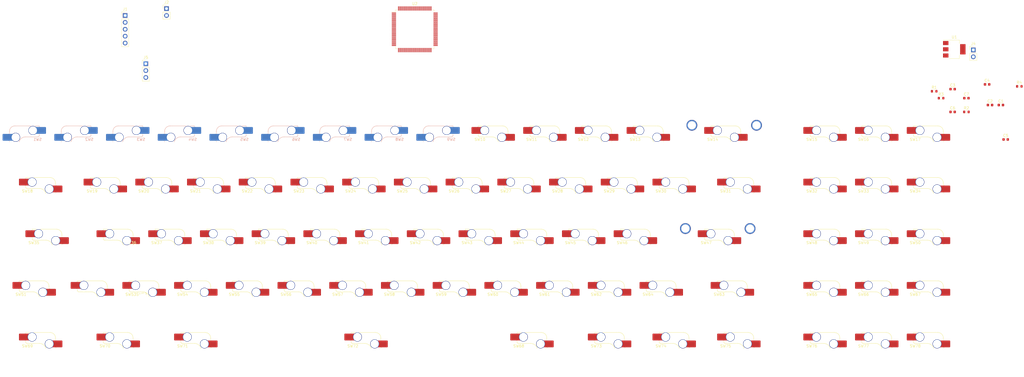
<source format=kicad_pcb>
(kicad_pcb (version 20211014) (generator pcbnew)
  (layers (0 "F.Cu" signal) (31 "B.Cu" signal) (34 "B.Paste" user) (35 "F.Paste" user) (36 "B.SilkS" user "B.Silkscreen") (37 "F.SilkS" user "F.Silkscreen") (38 "B.Mask" user) (39 "F.Mask" user) (44 "Edge.Cuts" user))
  (net 0 "")
  (net 1 "+5V")
  (net 2 "GND")
  (net 3 "+3V3")
  (net 4 "SWCLK")
  (net 5 "SWDIO")
  (net 6 "RESET")
  (net 7 "BOOT")
  (net 8 "PA9")
  (net 9 "Net-(J3-PadA5)")
  (net 10 "Net-(J3-PadB5)")
  (net 225 "D_N")
  (net 226 "D_P")
  (footprint "marbastlib-mx:SW_MX_HS_1u" (layer "F.Cu") (at 227.0125 94.45625)
    (fp_text reference "SW26" (at -4.25 -1.75) (layer "F.SilkS"))
    (fp_text value "MX_SW_HS" hide)
    (pad "" np_thru_hole circle (at 0 0) (size 3.9878 3.9878) (drill 3.9878) (layers *.Cu *.Mask))
    (pad "" np_thru_hole circle (at -5.08 0) (size 1.75 1.75) (drill 1.75) (layers *.Cu *.Mask))
    (pad "" np_thru_hole circle (at 5.08 0) (size 1.75 1.75) (drill 1.75) (layers *.Cu *.Mask))
    (pad "1" smd roundrect (at 7.36 -2.54) (size 2.55 2.5) (layers "F.Cu" "F.Paste" "F.Mask") (roundrect_rratio 0.1))
    (pad "1" thru_hole circle (at 3.81 -2.54) (size 3.3 3.3) (drill 3) (layers *.Cu *.Mask))
    (pad "1" smd rect (at 5.635 -2.54 180) (size 1.65 2.5) (layers "F.Cu"))
    (pad "2" smd rect (at -4.34 -5.08) (size 1.65 2.5) (layers "F.Cu"))
    (pad "2" smd roundrect (at -6.09 -5.08) (size 2.55 2.5) (layers "F.Cu" "F.Paste" "F.Mask") (roundrect_rratio 0.1))
    (pad "2" thru_hole circle (at -2.54 -5.08) (size 3.3 3.3) (drill 3) (layers *.Cu *.Mask))
  )
  (footprint "marbastlib-mx:SW_MX_HS_1.5u" (layer "F.Cu") (at 279.4 151.60625)
    (fp_text reference "SW73" (at -4.25 -1.75) (layer "F.SilkS"))
    (fp_text value "MX_SW_HS" hide)
    (pad "" np_thru_hole circle (at 0 0) (size 3.9878 3.9878) (drill 3.9878) (layers *.Cu *.Mask))
    (pad "" np_thru_hole circle (at 5.08 0) (size 1.75 1.75) (drill 1.75) (layers *.Cu *.Mask))
    (pad "" np_thru_hole circle (at -5.08 0) (size 1.75 1.75) (drill 1.75) (layers *.Cu *.Mask))
    (pad "1" smd rect (at 5.635 -2.54 180) (size 1.65 2.5) (layers "F.Cu"))
    (pad "1" thru_hole circle (at 3.81 -2.54) (size 3.3 3.3) (drill 3) (layers *.Cu *.Mask))
    (pad "1" smd roundrect (at 7.36 -2.54) (size 2.55 2.5) (layers "F.Cu" "F.Paste" "F.Mask") (roundrect_rratio 0.1))
    (pad "2" thru_hole circle (at -2.54 -5.08) (size 3.3 3.3) (drill 3) (layers *.Cu *.Mask))
    (pad "2" smd roundrect (at -6.09 -5.08) (size 2.55 2.5) (layers "F.Cu" "F.Paste" "F.Mask") (roundrect_rratio 0.1))
    (pad "2" smd rect (at -4.34 -5.08) (size 1.65 2.5) (layers "F.Cu"))
  )
  (footprint "marbastlib-mx:SW_MX_HS_1u" (layer "F.Cu") (at 212.725 113.50625)
    (fp_text reference "SW42" (at -4.25 -1.75) (layer "F.SilkS"))
    (fp_text value "MX_SW_HS" hide)
    (pad "" np_thru_hole circle (at -5.08 0) (size 1.75 1.75) (drill 1.75) (layers *.Cu *.Mask))
    (pad "" np_thru_hole circle (at 0 0) (size 3.9878 3.9878) (drill 3.9878) (layers *.Cu *.Mask))
    (pad "" np_thru_hole circle (at 5.08 0) (size 1.75 1.75) (drill 1.75) (layers *.Cu *.Mask))
    (pad "1" thru_hole circle (at 3.81 -2.54) (size 3.3 3.3) (drill 3) (layers *.Cu *.Mask))
    (pad "1" smd rect (at 5.635 -2.54 180) (size 1.65 2.5) (layers "F.Cu"))
    (pad "1" smd roundrect (at 7.36 -2.54) (size 2.55 2.5) (layers "F.Cu" "F.Paste" "F.Mask") (roundrect_rratio 0.1))
    (pad "2" smd rect (at -4.34 -5.08) (size 1.65 2.5) (layers "F.Cu"))
    (pad "2" smd roundrect (at -6.09 -5.08) (size 2.55 2.5) (layers "F.Cu" "F.Paste" "F.Mask") (roundrect_rratio 0.1))
    (pad "2" thru_hole circle (at -2.54 -5.08) (size 3.3 3.3) (drill 3) (layers *.Cu *.Mask))
  )
  (footprint "Capacitor_SMD:C_0603_1608Metric" (layer "F.Cu") (at 425.945 73.66)
    (fp_text reference "C5" (at 0 -1.43) (layer "F.SilkS"))
    (fp_text value "100nF")
    (pad "1" smd roundrect (at -0.775 0) (size 0.9 0.95) (layers "F.Cu" "F.Paste" "F.Mask") (net 3 "+3V3"))
    (pad "2" smd roundrect (at 0.775 0) (size 0.9 0.95) (layers "F.Cu" "F.Paste" "F.Mask") (net 2 "GND"))
  )
  (footprint "marbastlib-mx:SW_MX_HS_1u" (layer "F.Cu") (at 98.425 113.50625)
    (fp_text reference "SW36" (at 5.275 -1.75) (layer "F.SilkS"))
    (fp_text value "MX_SW_HS" hide)
    (pad "" np_thru_hole circle (at 0 0) (size 3.9878 3.9878) (drill 3.9878) (layers *.Cu *.Mask))
    (pad "" np_thru_hole circle (at -5.08 0) (size 1.75 1.75) (drill 1.75) (layers *.Cu *.Mask))
    (pad "" np_thru_hole circle (at 5.08 0) (size 1.75 1.75) (drill 1.75) (layers *.Cu *.Mask))
    (pad "1" smd rect (at 5.635 -2.54 180) (size 1.65 2.5) (layers "F.Cu"))
    (pad "1" smd roundrect (at 7.36 -2.54) (size 2.55 2.5) (layers "F.Cu" "F.Paste" "F.Mask") (roundrect_rratio 0.1))
    (pad "1" thru_hole circle (at 3.81 -2.54) (size 3.3 3.3) (drill 3) (layers *.Cu *.Mask))
    (pad "2" thru_hole circle (at -2.54 -5.08) (size 3.3 3.3) (drill 3) (layers *.Cu *.Mask))
    (pad "2" smd rect (at -4.34 -5.08) (size 1.65 2.5) (layers "F.Cu"))
    (pad "2" smd roundrect (at -6.09 -5.08) (size 2.55 2.5) (layers "F.Cu" "F.Paste" "F.Mask") (roundrect_rratio 0.1))
  )
  (footprint "marbastlib-mx:SW_MX_HS_1u" (layer "F.Cu") (at 269.875 113.50625)
    (fp_text reference "SW45" (at -4.25 -1.75) (layer "F.SilkS"))
    (fp_text value "MX_SW_HS" hide)
    (pad "" np_thru_hole circle (at -5.08 0) (size 1.75 1.75) (drill 1.75) (layers *.Cu *.Mask))
    (pad "" np_thru_hole circle (at 0 0) (size 3.9878 3.9878) (drill 3.9878) (layers *.Cu *.Mask))
    (pad "" np_thru_hole circle (at 5.08 0) (size 1.75 1.75) (drill 1.75) (layers *.Cu *.Mask))
    (pad "1" smd rect (at 5.635 -2.54 180) (size 1.65 2.5) (layers "F.Cu"))
    (pad "1" smd roundrect (at 7.36 -2.54) (size 2.55 2.5) (layers "F.Cu" "F.Paste" "F.Mask") (roundrect_rratio 0.1))
    (pad "1" thru_hole circle (at 3.81 -2.54) (size 3.3 3.3) (drill 3) (layers *.Cu *.Mask))
    (pad "2" thru_hole circle (at -2.54 -5.08) (size 3.3 3.3) (drill 3) (layers *.Cu *.Mask))
    (pad "2" smd rect (at -4.34 -5.08) (size 1.65 2.5) (layers "F.Cu"))
    (pad "2" smd roundrect (at -6.09 -5.08) (size 2.55 2.5) (layers "F.Cu" "F.Paste" "F.Mask") (roundrect_rratio 0.1))
  )
  (footprint "marbastlib-mx:SW_MX_HS_1u" (layer "F.Cu") (at 246.0625 94.45625)
    (fp_text reference "SW27" (at -4.25 -1.75) (layer "F.SilkS"))
    (fp_text value "MX_SW_HS" hide)
    (pad "" np_thru_hole circle (at 5.08 0) (size 1.75 1.75) (drill 1.75) (layers *.Cu *.Mask))
    (pad "" np_thru_hole circle (at 0 0) (size 3.9878 3.9878) (drill 3.9878) (layers *.Cu *.Mask))
    (pad "" np_thru_hole circle (at -5.08 0) (size 1.75 1.75) (drill 1.75) (layers *.Cu *.Mask))
    (pad "1" smd rect (at 5.635 -2.54 180) (size 1.65 2.5) (layers "F.Cu"))
    (pad "1" thru_hole circle (at 3.81 -2.54) (size 3.3 3.3) (drill 3) (layers *.Cu *.Mask))
    (pad "1" smd roundrect (at 7.36 -2.54) (size 2.55 2.5) (layers "F.Cu" "F.Paste" "F.Mask") (roundrect_rratio 0.1))
    (pad "2" smd roundrect (at -6.09 -5.08) (size 2.55 2.5) (layers "F.Cu" "F.Paste" "F.Mask") (roundrect_rratio 0.1))
    (pad "2" smd rect (at -4.34 -5.08) (size 1.65 2.5) (layers "F.Cu"))
    (pad "2" thru_hole circle (at -2.54 -5.08) (size 3.3 3.3) (drill 3) (layers *.Cu *.Mask))
  )
  (footprint "Resistor_SMD:R_0603_1608Metric" (layer "F.Cu") (at 402.145 58.42)
    (fp_text reference "R3" (at 0 -1.43) (layer "F.SilkS"))
    (fp_text value "5.1k")
    (pad "1" smd roundrect (at -0.825 0) (size 0.8 0.95) (layers "F.Cu" "F.Paste" "F.Mask") (net 10 "Net-(J3-PadB5)"))
    (pad "2" smd roundrect (at 0.825 0) (size 0.8 0.95) (layers "F.Cu" "F.Paste" "F.Mask") (net 2 "GND"))
  )
  (footprint "Resistor_SMD:R_0603_1608Metric" (layer "F.Cu") (at 411.48 63.5)
    (fp_text reference "R2" (at 0 -1.43) (layer "F.SilkS"))
    (fp_text value "5.1k")
    (pad "1" smd roundrect (at -0.825 0) (size 0.8 0.95) (layers "F.Cu" "F.Paste" "F.Mask") (net 9 "Net-(J3-PadA5)"))
    (pad "2" smd roundrect (at 0.825 0) (size 0.8 0.95) (layers "F.Cu" "F.Paste" "F.Mask") (net 2 "GND"))
  )
  (footprint "Capacitor_SMD:C_0603_1608Metric" (layer "F.Cu") (at 424.18 60.96)
    (fp_text reference "C1" (at 0 -1.43) (layer "F.SilkS"))
    (fp_text value "100nF")
    (pad "1" smd roundrect (at -0.775 0) (size 0.9 0.95) (layers "F.Cu" "F.Paste" "F.Mask") (net 1 "+5V"))
    (pad "2" smd roundrect (at 0.775 0) (size 0.9 0.95) (layers "F.Cu" "F.Paste" "F.Mask") (net 2 "GND"))
  )
  (footprint "marbastlib-mx:SW_MX_HS_1u" (layer "F.Cu") (at 358.775 75.40625)
    (fp_text reference "SW15" (at -4.25 -1.75) (layer "F.SilkS"))
    (fp_text value "MX_SW_HS" hide)
    (pad "" np_thru_hole circle (at 0 0) (size 3.9878 3.9878) (drill 3.9878) (layers *.Cu *.Mask))
    (pad "" np_thru_hole circle (at 5.08 0) (size 1.75 1.75) (drill 1.75) (layers *.Cu *.Mask))
    (pad "" np_thru_hole circle (at -5.08 0) (size 1.75 1.75) (drill 1.75) (layers *.Cu *.Mask))
    (pad "1" thru_hole circle (at 3.81 -2.54) (size 3.3 3.3) (drill 3) (layers *.Cu *.Mask))
    (pad "1" smd rect (at 5.635 -2.54 180) (size 1.65 2.5) (layers "F.Cu"))
    (pad "1" smd roundrect (at 7.36 -2.54) (size 2.55 2.5) (layers "F.Cu" "F.Paste" "F.Mask") (roundrect_rratio 0.1))
    (pad "2" smd rect (at -4.34 -5.08) (size 1.65 2.5) (layers "F.Cu"))
    (pad "2" smd roundrect (at -6.09 -5.08) (size 2.55 2.5) (layers "F.Cu" "F.Paste" "F.Mask") (roundrect_rratio 0.1))
    (pad "2" thru_hole circle (at -2.54 -5.08) (size 3.3 3.3) (drill 3) (layers *.Cu *.Mask))
  )
  (footprint "marbastlib-mx:STAB_MX_4.5u" (layer "F.Cu") (at 189.025572 151.60625)
    (fp_text reference "S3" hide)
    (fp_text value "MX_stab")
    (pad "" np_thru_hole circle (at -38.354 -7.843001) (size 3.048 3.048) (drill 3.048) (layers *.Cu *.Mask))
    (pad "" np_thru_hole circle (at 38.354 7.366) (size 3.9878 3.9878) (drill 3.9878) (layers *.Cu *.Mask))
    (pad "" np_thru_hole circle (at 38.354 -7.874) (size 3.048 3.048) (drill 3.048) (layers *.Cu *.Mask))
    (pad "" np_thru_hole circle (at -38.354 7.396999) (size 3.9878 3.9878) (drill 3.9878) (layers *.Cu *.Mask))
  )
  (footprint "marbastlib-mx:SW_MX_HS_1u" (layer "F.Cu") (at 319.88125 113.50625)
    (fp_text reference "SW47" (at -4.25 -1.75) (layer "F.SilkS"))
    (fp_text value "MX_SW_HS" hide)
    (pad "" np_thru_hole circle (at 5.08 0) (size 1.75 1.75) (drill 1.75) (layers *.Cu *.Mask))
    (pad "" np_thru_hole circle (at 0 0) (size 3.9878 3.9878) (drill 3.9878) (layers *.Cu *.Mask))
    (pad "" np_thru_hole circle (at -5.08 0) (size 1.75 1.75) (drill 1.75) (layers *.Cu *.Mask))
    (pad "1" thru_hole circle (at 3.81 -2.54) (size 3.3 3.3) (drill 3) (layers *.Cu *.Mask))
    (pad "1" smd rect (at 5.635 -2.54 180) (size 1.65 2.5) (layers "F.Cu"))
    (pad "1" smd roundrect (at 7.36 -2.54) (size 2.55 2.5) (layers "F.Cu" "F.Paste" "F.Mask") (roundrect_rratio 0.1))
    (pad "2" smd rect (at -4.34 -5.08) (size 1.65 2.5) (layers "F.Cu"))
    (pad "2" smd roundrect (at -6.09 -5.08) (size 2.55 2.5) (layers "F.Cu" "F.Paste" "F.Mask") (roundrect_rratio 0.1))
    (pad "2" thru_hole circle (at -2.54 -5.08) (size 3.3 3.3) (drill 3) (layers *.Cu *.Mask))
  )
  (footprint "marbastlib-mx:SW_MX_HS_1u" (layer "F.Cu") (at 293.6875 75.40625)
    (fp_text reference "SW13" (at -4.25 -1.75) (layer "F.SilkS"))
    (fp_text value "MX_SW_HS" hide)
    (pad "" np_thru_hole circle (at -5.08 0) (size 1.75 1.75) (drill 1.75) (layers *.Cu *.Mask))
    (pad "" np_thru_hole circle (at 5.08 0) (size 1.75 1.75) (drill 1.75) (layers *.Cu *.Mask))
    (pad "" np_thru_hole circle (at 0 0) (size 3.9878 3.9878) (drill 3.9878) (layers *.Cu *.Mask))
    (pad "1" smd rect (at 5.635 -2.54 180) (size 1.65 2.5) (layers "F.Cu"))
    (pad "1" thru_hole circle (at 3.81 -2.54) (size 3.3 3.3) (drill 3) (layers *.Cu *.Mask))
    (pad "1" smd roundrect (at 7.36 -2.54) (size 2.55 2.5) (layers "F.Cu" "F.Paste" "F.Mask") (roundrect_rratio 0.1))
    (pad "2" smd roundrect (at -6.09 -5.08) (size 2.55 2.5) (layers "F.Cu" "F.Paste" "F.Mask") (roundrect_rratio 0.1))
    (pad "2" thru_hole circle (at -2.54 -5.08) (size 3.3 3.3) (drill 3) (layers *.Cu *.Mask))
    (pad "2" smd rect (at -4.34 -5.08) (size 1.65 2.5) (layers "F.Cu"))
  )
  (footprint "Resistor_SMD:R_0603_1608Metric" (layer "F.Cu") (at 430.975 54.07)
    (fp_text reference "R4" (at 0 -1.43) (layer "F.SilkS"))
    (fp_text value "5.1k")
    (pad "1" smd roundrect (at -0.825 0) (size 0.8 0.95) (layers "F.Cu" "F.Paste" "F.Mask") (net 2 "GND"))
    (pad "2" smd roundrect (at 0.825 0) (size 0.8 0.95) (layers "F.Cu" "F.Paste" "F.Mask") (net 7 "BOOT"))
  )
  (footprint "marbastlib-mx:SW_MX_HS_1u" (layer "F.Cu") (at 222.25 132.55625)
    (fp_text reference "SW59" (at -4.25 -1.75) (layer "F.SilkS"))
    (fp_text value "MX_SW_HS" hide)
    (pad "" np_thru_hole circle (at -5.08 0) (size 1.75 1.75) (drill 1.75) (layers *.Cu *.Mask))
    (pad "" np_thru_hole circle (at 0 0) (size 3.9878 3.9878) (drill 3.9878) (layers *.Cu *.Mask))
    (pad "" np_thru_hole circle (at 5.08 0) (size 1.75 1.75) (drill 1.75) (layers *.Cu *.Mask))
    (pad "1" smd rect (at 5.635 -2.54 180) (size 1.65 2.5) (layers "F.Cu"))
    (pad "1" smd roundrect (at 7.36 -2.54) (size 2.55 2.5) (layers "F.Cu" "F.Paste" "F.Mask") (roundrect_rratio 0.1))
    (pad "1" thru_hole circle (at 3.81 -2.54) (size 3.3 3.3) (drill 3) (layers *.Cu *.Mask))
    (pad "2" smd roundrect (at -6.09 -5.08) (size 2.55 2.5) (layers "F.Cu" "F.Paste" "F.Mask") (roundrect_rratio 0.1))
    (pad "2" thru_hole circle (at -2.54 -5.08) (size 3.3 3.3) (drill 3) (layers *.Cu *.Mask))
    (pad "2" smd rect (at -4.34 -5.08) (size 1.65 2.5) (layers "F.Cu"))
  )
  (footprint "Connector_PinHeader_2.54mm:PinHeader_1x03_P2.54mm_Vertical" (layer "F.Cu") (at 109.22 45.72)
    (fp_text reference "J5" (at 0 -2.33) (layer "F.SilkS"))
    (fp_text value "Conn_01x03")
    (pad "1" thru_hole rect (at 0 0) (size 1.7 1.7) (drill 1) (layers *.Cu *.Mask) (net 8 "PA9"))
    (pad "2" thru_hole oval (at 0 2.54) (size 1.7 1.7) (drill 1) (layers *.Cu *.Mask) (net 2 "GND"))
    (pad "3" thru_hole oval (at 0 5.08) (size 1.7 1.7) (drill 1) (layers *.Cu *.Mask) (net 1 "+5V"))
  )
  (footprint "marbastlib-mx:SW_MX_HS_1u" (layer "F.Cu") (at 189.70625 151.60625)
    (fp_text reference "SW72" (at -4.25 -1.75) (layer "F.SilkS"))
    (fp_text value "MX_SW_HS" hide)
    (pad "" np_thru_hole circle (at -5.08 0) (size 1.75 1.75) (drill 1.75) (layers *.Cu *.Mask))
    (pad "" np_thru_hole circle (at 0 0) (size 3.9878 3.9878) (drill 3.9878) (layers *.Cu *.Mask))
    (pad "" np_thru_hole circle (at 5.08 0) (size 1.75 1.75) (drill 1.75) (layers *.Cu *.Mask))
    (pad "1" thru_hole circle (at 3.81 -2.54) (size 3.3 3.3) (drill 3) (layers *.Cu *.Mask))
    (pad "1" smd roundrect (at 7.36 -2.54) (size 2.55 2.5) (layers "F.Cu" "F.Paste" "F.Mask") (roundrect_rratio 0.1))
    (pad "1" smd rect (at 5.635 -2.54 180) (size 1.65 2.5) (layers "F.Cu"))
    (pad "2" smd rect (at -4.34 -5.08) (size 1.65 2.5) (layers "F.Cu"))
    (pad "2" smd roundrect (at -6.09 -5.08) (size 2.55 2.5) (layers "F.Cu" "F.Paste" "F.Mask") (roundrect_rratio 0.1))
    (pad "2" thru_hole circle (at -2.54 -5.08) (size 3.3 3.3) (drill 3) (layers *.Cu *.Mask))
  )
  (footprint "marbastlib-mx:SW_MX_HS_1.25u" (layer "F.Cu") (at 67.46875 132.55625)
    (fp_text reference "SW51" (at -4.25 -1.75) (layer "F.SilkS"))
    (fp_text value "MX_SW_HS" hide)
    (pad "" np_thru_hole circle (at 5.08 0) (size 1.75 1.75) (drill 1.75) (layers *.Cu *.Mask))
    (pad "" np_thru_hole circle (at -5.08 0) (size 1.75 1.75) (drill 1.75) (layers *.Cu *.Mask))
    (pad "" np_thru_hole circle (at 0 0) (size 3.9878 3.9878) (drill 3.9878) (layers *.Cu *.Mask))
    (pad "1" thru_hole circle (at 3.81 -2.54) (size 3.3 3.3) (drill 3) (layers *.Cu *.Mask))
    (pad "1" smd rect (at 5.635 -2.54 180) (size 1.65 2.5) (layers "F.Cu"))
    (pad "1" smd roundrect (at 7.36 -2.54) (size 2.55 2.5) (layers "F.Cu" "F.Paste" "F.Mask") (roundrect_rratio 0.1))
    (pad "2" smd rect (at -4.34 -5.08) (size 1.65 2.5) (layers "F.Cu"))
    (pad "2" thru_hole circle (at -2.54 -5.08) (size 3.3 3.3) (drill 3) (layers *.Cu *.Mask))
    (pad "2" smd roundrect (at -6.09 -5.08) (size 2.55 2.5) (layers "F.Cu" "F.Paste" "F.Mask") (roundrect_rratio 0.1))
  )
  (footprint "marbastlib-mx:SW_MX_HS_1u" (layer "F.Cu") (at 184.15 132.55625)
    (fp_text reference "SW57" (at -4.25 -1.75) (layer "F.SilkS"))
    (fp_text value "MX_SW_HS" hide)
    (pad "" np_thru_hole circle (at -5.08 0) (size 1.75 1.75) (drill 1.75) (layers *.Cu *.Mask))
    (pad "" np_thru_hole circle (at 5.08 0) (size 1.75 1.75) (drill 1.75) (layers *.Cu *.Mask))
    (pad "" np_thru_hole circle (at 0 0) (size 3.9878 3.9878) (drill 3.9878) (layers *.Cu *.Mask))
    (pad "1" smd roundrect (at 7.36 -2.54) (size 2.55 2.5) (layers "F.Cu" "F.Paste" "F.Mask") (roundrect_rratio 0.1))
    (pad "1" thru_hole circle (at 3.81 -2.54) (size 3.3 3.3) (drill 3) (layers *.Cu *.Mask))
    (pad "1" smd rect (at 5.635 -2.54 180) (size 1.65 2.5) (layers "F.Cu"))
    (pad "2" smd rect (at -4.34 -5.08) (size 1.65 2.5) (layers "F.Cu"))
    (pad "2" smd roundrect (at -6.09 -5.08) (size 2.55 2.5) (layers "F.Cu" "F.Paste" "F.Mask") (roundrect_rratio 0.1))
    (pad "2" thru_hole circle (at -2.54 -5.08) (size 3.3 3.3) (drill 3) (layers *.Cu *.Mask))
  )
  (footprint "marbastlib-mx:SW_MX_HS_1u" (layer "F.Cu") (at 303.2125 151.60625)
    (fp_text reference "SW74" (at -4.25 -1.75) (layer "F.SilkS"))
    (fp_text value "MX_SW_HS" hide)
    (pad "" np_thru_hole circle (at 0 0) (size 3.9878 3.9878) (drill 3.9878) (layers *.Cu *.Mask))
    (pad "" np_thru_hole circle (at -5.08 0) (size 1.75 1.75) (drill 1.75) (layers *.Cu *.Mask))
    (pad "" np_thru_hole circle (at 5.08 0) (size 1.75 1.75) (drill 1.75) (layers *.Cu *.Mask))
    (pad "1" thru_hole circle (at 3.81 -2.54) (size 3.3 3.3) (drill 3) (layers *.Cu *.Mask))
    (pad "1" smd rect (at 5.635 -2.54 180) (size 1.65 2.5) (layers "F.Cu"))
    (pad "1" smd roundrect (at 7.36 -2.54) (size 2.55 2.5) (layers "F.Cu" "F.Paste" "F.Mask") (roundrect_rratio 0.1))
    (pad "2" smd roundrect (at -6.09 -5.08) (size 2.55 2.5) (layers "F.Cu" "F.Paste" "F.Mask") (roundrect_rratio 0.1))
    (pad "2" thru_hole circle (at -2.54 -5.08) (size 3.3 3.3) (drill 3) (layers *.Cu *.Mask))
    (pad "2" smd rect (at -4.34 -5.08) (size 1.65 2.5) (layers "F.Cu"))
  )
  (footprint "marbastlib-mx:STAB_MX_P_2.25u" (layer "F.Cu") (at 319.88125 113.50625)
    (fp_text reference "S2" hide)
    (fp_text value "MX_stab")
    (pad "" thru_hole circle (at 11.90625 -6.985) (size 4 4) (drill 3.048) (layers *.Cu "B.Mask"))
    (pad "" np_thru_hole circle (at 11.90625 8.255) (size 3.9878 3.9878) (drill 3.9878) (layers *.Cu *.Mask))
    (pad "" np_thru_hole circle (at -11.90625 8.255) (size 3.9878 3.9878) (drill 3.9878) (layers *.Cu *.Mask))
    (pad "" thru_hole circle (at -11.90625 -6.985) (size 4 4) (drill 3.048) (layers *.Cu "B.Mask"))
  )
  (footprint "marbastlib-mx:SW_MX_HS_1u" (layer "F.Cu") (at 107.95 132.55625)
    (fp_text reference "SW53" (at -4.25 -1.75) (layer "F.SilkS"))
    (fp_text value "MX_SW_HS" hide)
    (pad "" np_thru_hole circle (at -5.08 0) (size 1.75 1.75) (drill 1.75) (layers *.Cu *.Mask))
    (pad "" np_thru_hole circle (at 5.08 0) (size 1.75 1.75) (drill 1.75) (layers *.Cu *.Mask))
    (pad "" np_thru_hole circle (at 0 0) (size 3.9878 3.9878) (drill 3.9878) (layers *.Cu *.Mask))
    (pad "1" smd roundrect (at 7.36 -2.54) (size 2.55 2.5) (layers "F.Cu" "F.Paste" "F.Mask") (roundrect_rratio 0.1))
    (pad "1" thru_hole circle (at 3.81 -2.54) (size 3.3 3.3) (drill 3) (layers *.Cu *.Mask))
    (pad "1" smd rect (at 5.635 -2.54 180) (size 1.65 2.5) (layers "F.Cu"))
    (pad "2" thru_hole circle (at -2.54 -5.08) (size 3.3 3.3) (drill 3) (layers *.Cu *.Mask))
    (pad "2" smd roundrect (at -6.09 -5.08) (size 2.55 2.5) (layers "F.Cu" "F.Paste" "F.Mask") (roundrect_rratio 0.1))
    (pad "2" smd rect (at -4.34 -5.08) (size 1.65 2.5) (layers "F.Cu"))
  )
  (footprint "marbastlib-mx:SW_MX_HS_1u" (layer "F.Cu") (at 288.925 113.50625)
    (fp_text reference "SW46" (at -4.25 -1.75) (layer "F.SilkS"))
    (fp_text value "MX_SW_HS" hide)
    (pad "" np_thru_hole circle (at -5.08 0) (size 1.75 1.75) (drill 1.75) (layers *.Cu *.Mask))
    (pad "" np_thru_hole circle (at 5.08 0) (size 1.75 1.75) (drill 1.75) (layers *.Cu *.Mask))
    (pad "" np_thru_hole circle (at 0 0) (size 3.9878 3.9878) (drill 3.9878) (layers *.Cu *.Mask))
    (pad "1" smd roundrect (at 7.36 -2.54) (size 2.55 2.5) (layers "F.Cu" "F.Paste" "F.Mask") (roundrect_rratio 0.1))
    (pad "1" thru_hole circle (at 3.81 -2.54) (size 3.3 3.3) (drill 3) (layers *.Cu *.Mask))
    (pad "1" smd rect (at 5.635 -2.54 180) (size 1.65 2.5) (layers "F.Cu"))
    (pad "2" smd rect (at -4.34 -5.08) (size 1.65 2.5) (layers "F.Cu"))
    (pad "2" thru_hole circle (at -2.54 -5.08) (size 3.3 3.3) (drill 3) (layers *.Cu *.Mask))
    (pad "2" smd roundrect (at -6.09 -5.08) (size 2.55 2.5) (layers "F.Cu" "F.Paste" "F.Mask") (roundrect_rratio 0.1))
  )
  (footprint "Connector_PinHeader_2.54mm:PinHeader_1x02_P2.54mm_Vertical" (layer "F.Cu") (at 116.84 25.4)
    (fp_text reference "J2" (at 0 -2.33) (layer "F.SilkS"))
    (fp_text value "Conn_01x02")
    (pad "1" thru_hole rect (at 0 0) (size 1.7 1.7) (drill 1) (layers *.Cu *.Mask) (net 6 "RESET"))
    (pad "2" thru_hole oval (at 0 2.54) (size 1.7 1.7) (drill 1) (layers *.Cu *.Mask) (net 2 "GND"))
  )
  (footprint "marbastlib-mx:SW_MX_HS_1u" (layer "F.Cu") (at 236.5375 75.40625)
    (fp_text reference "SW10" (at -4.25 -1.75) (layer "F.SilkS"))
    (fp_text value "MX_SW_HS" hide)
    (pad "" np_thru_hole circle (at 5.08 0) (size 1.75 1.75) (drill 1.75) (layers *.Cu *.Mask))
    (pad "" np_thru_hole circle (at -5.08 0) (size 1.75 1.75) (drill 1.75) (layers *.Cu *.Mask))
    (pad "" np_thru_hole circle (at 0 0) (size 3.9878 3.9878) (drill 3.9878) (layers *.Cu *.Mask))
    (pad "1" smd roundrect (at 7.36 -2.54) (size 2.55 2.5) (layers "F.Cu" "F.Paste" "F.Mask") (roundrect_rratio 0.1))
    (pad "1" thru_hole circle (at 3.81 -2.54) (size 3.3 3.3) (drill 3) (layers *.Cu *.Mask))
    (pad "1" smd rect (at 5.635 -2.54 180) (size 1.65 2.5) (layers "F.Cu"))
    (pad "2" thru_hole circle (at -2.54 -5.08) (size 3.3 3.3) (drill 3) (layers *.Cu *.Mask))
    (pad "2" smd roundrect (at -6.09 -5.08) (size 2.55 2.5) (layers "F.Cu" "F.Paste" "F.Mask") (roundrect_rratio 0.1))
    (pad "2" smd rect (at -4.34 -5.08) (size 1.65 2.5) (layers "F.Cu"))
  )
  (footprint "Capacitor_SMD:C_0603_1608Metric" (layer "F.Cu") (at 420.17 60.96)
    (fp_text reference "C2" (at 0 -1.43) (layer "F.SilkS"))
    (fp_text value "10uF")
    (pad "1" smd roundrect (at -0.775 0) (size 0.9 0.95) (layers "F.Cu" "F.Paste" "F.Mask") (net 1 "+5V"))
    (pad "2" smd roundrect (at 0.775 0) (size 0.9 0.95) (layers "F.Cu" "F.Paste" "F.Mask") (net 2 "GND"))
  )
  (footprint "marbastlib-mx:SW_MX_HS_1.5u" (layer "F.Cu") (at 327.025 151.60625)
    (fp_text reference "SW75" (at -4.25 -1.75) (layer "F.SilkS"))
    (fp_text value "MX_SW_HS" hide)
    (pad "" np_thru_hole circle (at -5.08 0) (size 1.75 1.75) (drill 1.75) (layers *.Cu *.Mask))
    (pad "" np_thru_hole circle (at 0 0) (size 3.9878 3.9878) (drill 3.9878) (layers *.Cu *.Mask))
    (pad "" np_thru_hole circle (at 5.08 0) (size 1.75 1.75) (drill 1.75) (layers *.Cu *.Mask))
    (pad "1" thru_hole circle (at 3.81 -2.54) (size 3.3 3.3) (drill 3) (layers *.Cu *.Mask))
    (pad "1" smd roundrect (at 7.36 -2.54) (size 2.55 2.5) (layers "F.Cu" "F.Paste" "F.Mask") (roundrect_rratio 0.1))
    (pad "1" smd rect (at 5.635 -2.54 180) (size 1.65 2.5) (layers "F.Cu"))
    (pad "2" thru_hole circle (at -2.54 -5.08) (size 3.3 3.3) (drill 3) (layers *.Cu *.Mask))
    (pad "2" smd roundrect (at -6.09 -5.08) (size 2.55 2.5) (layers "F.Cu" "F.Paste" "F.Mask") (roundrect_rratio 0.1))
    (pad "2" smd rect (at -4.34 -5.08) (size 1.65 2.5) (layers "F.Cu"))
  )
  (footprint "marbastlib-mx:SW_MX_HS_1u" (layer "F.Cu") (at 377.825 151.60625)
    (fp_text reference "SW77" (at -4.25 -1.75) (layer "F.SilkS"))
    (fp_text value "MX_SW_HS" hide)
    (pad "" np_thru_hole circle (at 0 0) (size 3.9878 3.9878) (drill 3.9878) (layers *.Cu *.Mask))
    (pad "" np_thru_hole circle (at 5.08 0) (size 1.75 1.75) (drill 1.75) (layers *.Cu *.Mask))
    (pad "" np_thru_hole circle (at -5.08 0) (size 1.75 1.75) (drill 1.75) (layers *.Cu *.Mask))
    (pad "1" thru_hole circle (at 3.81 -2.54) (size 3.3 3.3) (drill 3) (layers *.Cu *.Mask))
    (pad "1" smd roundrect (at 7.36 -2.54) (size 2.55 2.5) (layers "F.Cu" "F.Paste" "F.Mask") (roundrect_rratio 0.1))
    (pad "1" smd rect (at 5.635 -2.54 180) (size 1.65 2.5) (layers "F.Cu"))
    (pad "2" smd rect (at -4.34 -5.08) (size 1.65 2.5) (layers "F.Cu"))
    (pad "2" thru_hole circle (at -2.54 -5.08) (size 3.3 3.3) (drill 3) (layers *.Cu *.Mask))
    (pad "2" smd roundrect (at -6.09 -5.08) (size 2.55 2.5) (layers "F.Cu" "F.Paste" "F.Mask") (roundrect_rratio 0.1))
  )
  (footprint "marbastlib-mx:SW_MX_HS_1u" (layer "F.Cu") (at 260.35 132.55625)
    (fp_text reference "SW61" (at -4.25 -1.75) (layer "F.SilkS"))
    (fp_text value "MX_SW_HS" hide)
    (pad "" np_thru_hole circle (at -5.08 0) (size 1.75 1.75) (drill 1.75) (layers *.Cu *.Mask))
    (pad "" np_thru_hole circle (at 5.08 0) (size 1.75 1.75) (drill 1.75) (layers *.Cu *.Mask))
    (pad "" np_thru_hole circle (at 0 0) (size 3.9878 3.9878) (drill 3.9878) (layers *.Cu *.Mask))
    (pad "1" thru_hole circle (at 3.81 -2.54) (size 3.3 3.3) (drill 3) (layers *.Cu *.Mask))
    (pad "1" smd rect (at 5.635 -2.54 180) (size 1.65 2.5) (layers "F.Cu"))
    (pad "1" smd roundrect (at 7.36 -2.54) (size 2.55 2.5) (layers "F.Cu" "F.Paste" "F.Mask") (roundrect_rratio 0.1))
    (pad "2" thru_hole circle (at -2.54 -5.08) (size 3.3 3.3) (drill 3) (layers *.Cu *.Mask))
    (pad "2" smd roundrect (at -6.09 -5.08) (size 2.55 2.5) (layers "F.Cu" "F.Paste" "F.Mask") (roundrect_rratio 0.1))
    (pad "2" smd rect (at -4.34 -5.08) (size 1.65 2.5) (layers "F.Cu"))
  )
  (footprint "marbastlib-mx:SW_MX_HS_1u" (layer "F.Cu") (at 127 132.55625)
    (fp_text reference "SW54" (at -4.25 -1.75) (layer "F.SilkS"))
    (fp_text value "MX_SW_HS" hide)
    (pad "" np_thru_hole circle (at -5.08 0) (size 1.75 1.75) (drill 1.75) (layers *.Cu *.Mask))
    (pad "" np_thru_hole circle (at 0 0) (size 3.9878 3.9878) (drill 3.9878) (layers *.Cu *.Mask))
    (pad "" np_thru_hole circle (at 5.08 0) (size 1.75 1.75) (drill 1.75) (layers *.Cu *.Mask))
    (pad "1" thru_hole circle (at 3.81 -2.54) (size 3.3 3.3) (drill 3) (layers *.Cu *.Mask))
    (pad "1" smd rect (at 5.635 -2.54 180) (size 1.65 2.5) (layers "F.Cu"))
    (pad "1" smd roundrect (at 7.36 -2.54) (size 2.55 2.5) (layers "F.Cu" "F.Paste" "F.Mask") (roundrect_rratio 0.1))
    (pad "2" thru_hole circle (at -2.54 -5.08) (size 3.3 3.3) (drill 3) (layers *.Cu *.Mask))
    (pad "2" smd rect (at -4.34 -5.08) (size 1.65 2.5) (layers "F.Cu"))
    (pad "2" smd roundrect (at -6.09 -5.08) (size 2.55 2.5) (layers "F.Cu" "F.Paste" "F.Mask") (roundrect_rratio 0.1))
  )
  (footprint "Connector_PinHeader_2.54mm:PinHeader_1x02_P2.54mm_Vertical" (layer "F.Cu") (at 414.02 40.64)
    (fp_text reference "J4" (at 0 -2.33) (layer "F.SilkS"))
    (fp_text value "Conn_01x02")
    (pad "1" thru_hole rect (at 0 0) (size 1.7 1.7) (drill 1) (layers *.Cu *.Mask) (net 3 "+3V3"))
    (pad "2" thru_hole oval (at 0 2.54) (size 1.7 1.7) (drill 1) (layers *.Cu *.Mask) (net 7 "BOOT"))
  )
  (footprint "marbastlib-mx:SW_MX_HS_1.5u" (layer "F.Cu") (at 327.025 94.45625)
    (fp_text reference "SW31" (at -4.25 -1.75) (layer "F.SilkS"))
    (fp_text value "MX_SW_HS" hide)
    (pad "" np_thru_hole circle (at -5.08 0) (size 1.75 1.75) (drill 1.75) (layers *.Cu *.Mask))
    (pad "" np_thru_hole circle (at 0 0) (size 3.9878 3.9878) (drill 3.9878) (layers *.Cu *.Mask))
    (pad "" np_thru_hole circle (at 5.08 0) (size 1.75 1.75) (drill 1.75) (layers *.Cu *.Mask))
    (pad "1" thru_hole circle (at 3.81 -2.54) (size 3.3 3.3) (drill 3) (layers *.Cu *.Mask))
    (pad "1" smd roundrect (at 7.36 -2.54) (size 2.55 2.5) (layers "F.Cu" "F.Paste" "F.Mask") (roundrect_rratio 0.1))
    (pad "1" smd rect (at 5.635 -2.54 180) (size 1.65 2.5) (layers "F.Cu"))
    (pad "2" smd rect (at -4.34 -5.08) (size 1.65 2.5) (layers "F.Cu"))
    (pad "2" smd roundrect (at -6.09 -5.08) (size 2.55 2.5) (layers "F.Cu" "F.Paste" "F.Mask") (roundrect_rratio 0.1))
    (pad "2" thru_hole circle (at -2.54 -5.08) (size 3.3 3.3) (drill 3) (layers *.Cu *.Mask))
  )
  (footprint "marbastlib-mx:SW_MX_HS_1u" (layer "F.Cu") (at 279.4 132.55625)
    (fp_text reference "SW62" (at -4.25 -1.75) (layer "F.SilkS"))
    (fp_text value "MX_SW_HS" hide)
    (pad "" np_thru_hole circle (at 5.08 0) (size 1.75 1.75) (drill 1.75) (layers *.Cu *.Mask))
    (pad "" np_thru_hole circle (at -5.08 0) (size 1.75 1.75) (drill 1.75) (layers *.Cu *.Mask))
    (pad "" np_thru_hole circle (at 0 0) (size 3.9878 3.9878) (drill 3.9878) (layers *.Cu *.Mask))
    (pad "1" smd rect (at 5.635 -2.54 180) (size 1.65 2.5) (layers "F.Cu"))
    (pad "1" smd roundrect (at 7.36 -2.54) (size 2.55 2.5) (layers "F.Cu" "F.Paste" "F.Mask") (roundrect_rratio 0.1))
    (pad "1" thru_hole circle (at 3.81 -2.54) (size 3.3 3.3) (drill 3) (layers *.Cu *.Mask))
    (pad "2" thru_hole circle (at -2.54 -5.08) (size 3.3 3.3) (drill 3) (layers *.Cu *.Mask))
    (pad "2" smd rect (at -4.34 -5.08) (size 1.65 2.5) (layers "F.Cu"))
    (pad "2" smd roundrect (at -6.09 -5.08) (size 2.55 2.5) (layers "F.Cu" "F.Paste" "F.Mask") (roundrect_rratio 0.1))
  )
  (footprint "marbastlib-mx:SW_MX_HS_1.5u" (layer "F.Cu") (at 250.825 151.60625)
    (fp_text reference "SW68" (at -4.25 -1.75) (layer "F.SilkS"))
    (fp_text value "MX_SW_HS" hide)
    (pad "" np_thru_hole circle (at -5.08 0) (size 1.75 1.75) (drill 1.75) (layers *.Cu *.Mask))
    (pad "" np_thru_hole circle (at 5.08 0) (size 1.75 1.75) (drill 1.75) (layers *.Cu *.Mask))
    (pad "" np_thru_hole circle (at 0 0) (size 3.9878 3.9878) (drill 3.9878) (layers *.Cu *.Mask))
    (pad "1" smd rect (at 5.635 -2.54 180) (size 1.65 2.5) (layers "F.Cu"))
    (pad "1" smd roundrect (at 7.36 -2.54) (size 2.55 2.5) (layers "F.Cu" "F.Paste" "F.Mask") (roundrect_rratio 0.1))
    (pad "1" thru_hole circle (at 3.81 -2.54) (size 3.3 3.3) (drill 3) (layers *.Cu *.Mask))
    (pad "2" smd rect (at -4.34 -5.08) (size 1.65 2.5) (layers "F.Cu"))
    (pad "2" thru_hole circle (at -2.54 -5.08) (size 3.3 3.3) (drill 3) (layers *.Cu *.Mask))
    (pad "2" smd roundrect (at -6.09 -5.08) (size 2.55 2.5) (layers "F.Cu" "F.Paste" "F.Mask") (roundrect_rratio 0.1))
  )
  (footprint "marbastlib-mx:SW_MX_HS_1u" (layer "F.Cu") (at 241.3 132.55625)
    (fp_text reference "SW60" (at -4.25 -1.75) (layer "F.SilkS"))
    (fp_text value "MX_SW_HS" hide)
    (pad "" np_thru_hole circle (at 0 0) (size 3.9878 3.9878) (drill 3.9878) (layers *.Cu *.Mask))
    (pad "" np_thru_hole circle (at 5.08 0) (size 1.75 1.75) (drill 1.75) (layers *.Cu *.Mask))
    (pad "" np_thru_hole circle (at -5.08 0) (size 1.75 1.75) (drill 1.75) (layers *.Cu *.Mask))
    (pad "1" smd rect (at 5.635 -2.54 180) (size 1.65 2.5) (layers "F.Cu"))
    (pad "1" smd roundrect (at 7.36 -2.54) (size 2.55 2.5) (layers "F.Cu" "F.Paste" "F.Mask") (roundrect_rratio 0.1))
    (pad "1" thru_hole circle (at 3.81 -2.54) (size 3.3 3.3) (drill 3) (layers *.Cu *.Mask))
    (pad "2" thru_hole circle (at -2.54 -5.08) (size 3.3 3.3) (drill 3) (layers *.Cu *.Mask))
    (pad "2" smd roundrect (at -6.09 -5.08) (size 2.55 2.5) (layers "F.Cu" "F.Paste" "F.Mask") (roundrect_rratio 0.1))
    (pad "2" smd rect (at -4.34 -5.08) (size 1.65 2.5) (layers "F.Cu"))
  )
  (footprint "marbastlib-mx:SW_MX_HS_1u" (layer "F.Cu") (at 150.8125 94.45625)
    (fp_text reference "SW22" (at -4.25 -1.75) (layer "F.SilkS"))
    (fp_text value "MX_SW_HS" hide)
    (pad "" np_thru_hole circle (at -5.08 0) (size 1.75 1.75) (drill 1.75) (layers *.Cu *.Mask))
    (pad "" np_thru_hole circle (at 5.08 0) (size 1.75 1.75) (drill 1.75) (layers *.Cu *.Mask))
    (pad "" np_thru_hole circle (at 0 0) (size 3.9878 3.9878) (drill 3.9878) (layers *.Cu *.Mask))
    (pad "1" smd rect (at 5.635 -2.54 180) (size 1.65 2.5) (layers "F.Cu"))
    (pad "1" smd roundrect (at 7.36 -2.54) (size 2.55 2.5) (layers "F.Cu" "F.Paste" "F.Mask") (roundrect_rratio 0.1))
    (pad "1" thru_hole circle (at 3.81 -2.54) (size 3.3 3.3) (drill 3) (layers *.Cu *.Mask))
    (pad "2" smd rect (at -4.34 -5.08) (size 1.65 2.5) (layers "F.Cu"))
    (pad "2" thru_hole circle (at -2.54 -5.08) (size 3.3 3.3) (drill 3) (layers *.Cu *.Mask))
    (pad "2" smd roundrect (at -6.09 -5.08) (size 2.55 2.5) (layers "F.Cu" "F.Paste" "F.Mask") (roundrect_rratio 0.1))
  )
  (footprint "marbastlib-mx:STAB_MX_P_2u" (layer "F.Cu") (at 322.2625 75.40625)
    (fp_text reference "S1" hide)
    (fp_text value "MX_stab")
    (pad "" np_thru_hole circle (at -11.90625 8.255) (size 3.9878 3.9878) (drill 3.9878) (layers *.Cu *.Mask))
    (pad "" np_thru_hole circle (at 11.90625 8.255) (size 3.9878 3.9878) (drill 3.9878) (layers *.Cu *.Mask))
    (pad "" thru_hole circle (at 11.90625 -6.985) (size 4 4) (drill 3.048) (layers *.Cu "B.Mask"))
    (pad "" thru_hole circle (at -11.90625 -6.985) (size 4 4) (drill 3.048) (layers *.Cu "B.Mask"))
  )
  (footprint "marbastlib-mx:SW_MX_HS_1u" (layer "F.Cu") (at 322.2625 75.40625)
    (fp_text reference "SW14" (at -4.25 -1.75) (layer "F.SilkS"))
    (fp_text value "MX_SW_HS" hide)
    (pad "" np_thru_hole circle (at 5.08 0) (size 1.75 1.75) (drill 1.75) (layers *.Cu *.Mask))
    (pad "" np_thru_hole circle (at 0 0) (size 3.9878 3.9878) (drill 3.9878) (layers *.Cu *.Mask))
    (pad "" np_thru_hole circle (at -5.08 0) (size 1.75 1.75) (drill 1.75) (layers *.Cu *.Mask))
    (pad "1" smd rect (at 5.635 -2.54 180) (size 1.65 2.5) (layers "F.Cu"))
    (pad "1" thru_hole circle (at 3.81 -2.54) (size 3.3 3.3) (drill 3) (layers *.Cu *.Mask))
    (pad "1" smd roundrect (at 7.36 -2.54) (size 2.55 2.5) (layers "F.Cu" "F.Paste" "F.Mask") (roundrect_rratio 0.1))
    (pad "2" thru_hole circle (at -2.54 -5.08) (size 3.3 3.3) (drill 3) (layers *.Cu *.Mask))
    (pad "2" smd roundrect (at -6.09 -5.08) (size 2.55 2.5) (layers "F.Cu" "F.Paste" "F.Mask") (roundrect_rratio 0.1))
    (pad "2" smd rect (at -4.34 -5.08) (size 1.65 2.5) (layers "F.Cu"))
  )
  (footprint "Connector_PinHeader_2.54mm:PinHeader_1x05_P2.54mm_Vertical" (layer "F.Cu") (at 101.6 27.94)
    (fp_text reference "J1" (at 0 -2.33) (layer "F.SilkS"))
    (fp_text value "Conn_01x05")
    (pad "1" thru_hole rect (at 0 0) (size 1.7 1.7) (drill 1) (layers *.Cu *.Mask) (net 3 "+3V3"))
    (pad "2" thru_hole oval (at 0 2.54) (size 1.7 1.7) (drill 1) (layers *.Cu *.Mask) (net 4 "SWCLK"))
    (pad "3" thru_hole oval (at 0 5.08) (size 1.7 1.7) (drill 1) (layers *.Cu *.Mask) (net 5 "SWDIO"))
    (pad "4" thru_hole oval (at 0 7.62) (size 1.7 1.7) (drill 1) (layers *.Cu *.Mask) (net 6 "RESET"))
    (pad "5" thru_hole oval (at 0 10.16) (size 1.7 1.7) (drill 1) (layers *.Cu *.Mask) (net 2 "GND"))
  )
  (footprint "marbastlib-mx:SW_MX_HS_1u" (layer "F.Cu") (at 231.775 113.50625)
    (fp_text reference "SW43" (at -4.25 -1.75) (layer "F.SilkS"))
    (fp_text value "MX_SW_HS" hide)
    (pad "" np_thru_hole circle (at -5.08 0) (size 1.75 1.75) (drill 1.75) (layers *.Cu *.Mask))
    (pad "" np_thru_hole circle (at 5.08 0) (size 1.75 1.75) (drill 1.75) (layers *.Cu *.Mask))
    (pad "" np_thru_hole circle (at 0 0) (size 3.9878 3.9878) (drill 3.9878) (layers *.Cu *.Mask))
    (pad "1" smd roundrect (at 7.36 -2.54) (size 2.55 2.5) (layers "F.Cu" "F.Paste" "F.Mask") (roundrect_rratio 0.1))
    (pad "1" thru_hole circle (at 3.81 -2.54) (size 3.3 3.3) (drill 3) (layers *.Cu *.Mask))
    (pad "1" smd rect (at 5.635 -2.54 180) (size 1.65 2.5) (layers "F.Cu"))
    (pad "2" thru_hole circle (at -2.54 -5.08) (size 3.3 3.3) (drill 3) (layers *.Cu *.Mask))
    (pad "2" smd roundrect (at -6.09 -5.08) (size 2.55 2.5) (layers "F.Cu" "F.Paste" "F.Mask") (roundrect_rratio 0.1))
    (pad "2" smd rect (at -4.34 -5.08) (size 1.65 2.5) (layers "F.Cu"))
  )
  (footprint "Package_TO_SOT_SMD:SOT-223-3_TabPin2" (layer "F.Cu") (at 407.01 40.4)
    (fp_text reference "U1" (at 0 -4.5) (layer "F.SilkS"))
    (fp_text value "AMS1117-3.3")
    (pad "1" smd rect (at -3.15 -2.3) (size 2 1.5) (layers "F.Cu" "F.Paste" "F.Mask") (net 2 "GND"))
    (pad "2" smd rect (at 3.15 0) (size 2 3.8) (layers "F.Cu" "F.Paste" "F.Mask") (net 3 "+3V3"))
    (pad "2" smd rect (at -3.15 0) (size 2 1.5) (layers "F.Cu" "F.Paste" "F.Mask") (net 3 "+3V3"))
    (pad "3" smd rect (at -3.15 2.3) (size 2 1.5) (layers "F.Cu" "F.Paste" "F.Mask") (net 1 "+5V"))
  )
  (footprint "marbastlib-mx:SW_MX_HS_1u" (layer "F.Cu") (at 155.575 113.50625)
    (fp_text reference "SW39" (at -4.25 -1.75) (layer "F.SilkS"))
    (fp_text value "MX_SW_HS" hide)
    (pad "" np_thru_hole circle (at 0 0) (size 3.9878 3.9878) (drill 3.9878) (layers *.Cu *.Mask))
    (pad "" np_thru_hole circle (at 5.08 0) (size 1.75 1.75) (drill 1.75) (layers *.Cu *.Mask))
    (pad "" np_thru_hole circle (at -5.08 0) (size 1.75 1.75) (drill 1.75) (layers *.Cu *.Mask))
    (pad "1" thru_hole circle (at 3.81 -2.54) (size 3.3 3.3) (drill 3) (layers *.Cu *.Mask))
    (pad "1" smd roundrect (at 7.36 -2.54) (size 2.55 2.5) (layers "F.Cu" "F.Paste" "F.Mask") (roundrect_rratio 0.1))
    (pad "1" smd rect (at 5.635 -2.54 180) (size 1.65 2.5) (layers "F.Cu"))
    (pad "2" thru_hole circle (at -2.54 -5.08) (size 3.3 3.3) (drill 3) (layers *.Cu *.Mask))
    (pad "2" smd rect (at -4.34 -5.08) (size 1.65 2.5) (layers "F.Cu"))
    (pad "2" smd roundrect (at -6.09 -5.08) (size 2.55 2.5) (layers "F.Cu" "F.Paste" "F.Mask") (roundrect_rratio 0.1))
  )
  (footprint "marbastlib-mx:SW_MX_HS_1u" (layer "F.Cu") (at 117.475 113.50625)
    (fp_text reference "SW37" (at -4.25 -1.75) (layer "F.SilkS"))
    (fp_text value "MX_SW_HS" hide)
    (pad "" np_thru_hole circle (at 5.08 0) (size 1.75 1.75) (drill 1.75) (layers *.Cu *.Mask))
    (pad "" np_thru_hole circle (at -5.08 0) (size 1.75 1.75) (drill 1.75) (layers *.Cu *.Mask))
    (pad "" np_thru_hole circle (at 0 0) (size 3.9878 3.9878) (drill 3.9878) (layers *.Cu *.Mask))
    (pad "1" smd roundrect (at 7.36 -2.54) (size 2.55 2.5) (layers "F.Cu" "F.Paste" "F.Mask") (roundrect_rratio 0.1))
    (pad "1" thru_hole circle (at 3.81 -2.54) (size 3.3 3.3) (drill 3) (layers *.Cu *.Mask))
    (pad "1" smd rect (at 5.635 -2.54 180) (size 1.65 2.5) (layers "F.Cu"))
    (pad "2" smd rect (at -4.34 -5.08) (size 1.65 2.5) (layers "F.Cu"))
    (pad "2" thru_hole circle (at -2.54 -5.08) (size 3.3 3.3) (drill 3) (layers *.Cu *.Mask))
    (pad "2" smd roundrect (at -6.09 -5.08) (size 2.55 2.5) (layers "F.Cu" "F.Paste" "F.Mask") (roundrect_rratio 0.1))
  )
  (footprint "marbastlib-mx:SW_MX_HS_1u" (layer "F.Cu") (at 88.9 132.55625)
    (fp_text reference "SW52" (at 18.76875 -1.75) (layer "F.SilkS"))
    (fp_text value "MX_SW_HS" hide)
    (pad "" np_thru_hole circle (at 0 0) (size 3.9878 3.9878) (drill 3.9878) (layers *.Cu *.Mask))
    (pad "" np_thru_hole circle (at 5.08 0) (size 1.75 1.75) (drill 1.75) (layers *.Cu *.Mask))
    (pad "" np_thru_hole circle (at -5.08 0) (size 1.75 1.75) (drill 1.75) (layers *.Cu *.Mask))
    (pad "1" smd roundrect (at 7.36 -2.54) (size 2.55 2.5) (layers "F.Cu" "F.Paste" "F.Mask") (roundrect_rratio 0.1))
    (pad "1" smd rect (at 5.635 -2.54 180) (size 1.65 2.5) (layers "F.Cu"))
    (pad "1" thru_hole circle (at 3.81 -2.54) (size 3.3 3.3) (drill 3) (layers *.Cu *.Mask))
    (pad "2" smd roundrect (at -6.09 -5.08) (size 2.55 2.5) (layers "F.Cu" "F.Paste" "F.Mask") (roundrect_rratio 0.1))
    (pad "2" thru_hole circle (at -2.54 -5.08) (size 3.3 3.3) (drill 3) (layers *.Cu *.Mask))
    (pad "2" smd rect (at -4.34 -5.08) (size 1.65 2.5) (layers "F.Cu"))
  )
  (footprint "marbastlib-mx:SW_MX_HS_1u" (layer "F.Cu") (at 358.775 113.50625)
    (fp_text reference "SW48" (at -4.25 -1.75) (layer "F.SilkS"))
    (fp_text value "MX_SW_HS" hide)
    (pad "" np_thru_hole circle (at 5.08 0) (size 1.75 1.75) (drill 1.75) (layers *.Cu *.Mask))
    (pad "" np_thru_hole circle (at 0 0) (size 3.9878 3.9878) (drill 3.9878) (layers *.Cu *.Mask))
    (pad "" np_thru_hole circle (at -5.08 0) (size 1.75 1.75) (drill 1.75) (layers *.Cu *.Mask))
    (pad "1" smd rect (at 5.635 -2.54 180) (size 1.65 2.5) (layers "F.Cu"))
    (pad "1" thru_hole circle (at 3.81 -2.54) (size 3.3 3.3) (drill 3) (layers *.Cu *.Mask))
    (pad "1" smd roundrect (at 7.36 -2.54) (size 2.55 2.5) (layers "F.Cu" "F.Paste" "F.Mask") (roundrect_rratio 0.1))
    (pad "2" smd roundrect (at -6.09 -5.08) (size 2.55 2.5) (layers "F.Cu" "F.Paste" "F.Mask") (roundrect_rratio 0.1))
    (pad "2" thru_hole circle (at -2.54 -5.08) (size 3.3 3.3) (drill 3) (layers *.Cu *.Mask))
    (pad "2" smd rect (at -4.34 -5.08) (size 1.65 2.5) (layers "F.Cu"))
  )
  (footprint "marbastlib-mx:SW_MX_HS_1u" (layer "F.Cu") (at 207.9625 94.45625)
    (fp_text reference "SW25" (at -4.25 -1.75) (layer "F.SilkS"))
    (fp_text value "MX_SW_HS" hide)
    (pad "" np_thru_hole circle (at -5.08 0) (size 1.75 1.75) (drill 1.75) (layers *.Cu *.Mask))
    (pad "" np_thru_hole circle (at 5.08 0) (size 1.75 1.75) (drill 1.75) (layers *.Cu *.Mask))
    (pad "" np_thru_hole circle (at 0 0) (size 3.9878 3.9878) (drill 3.9878) (layers *.Cu *.Mask))
    (pad "1" smd rect (at 5.635 -2.54 180) (size 1.65 2.5) (layers "F.Cu"))
    (pad "1" smd roundrect (at 7.36 -2.54) (size 2.55 2.5) (layers "F.Cu" "F.Paste" "F.Mask") (roundrect_rratio 0.1))
    (pad "1" thru_hole circle (at 3.81 -2.54) (size 3.3 3.3) (drill 3) (layers *.Cu *.Mask))
    (pad "2" smd rect (at -4.34 -5.08) (size 1.65 2.5) (layers "F.Cu"))
    (pad "2" thru_hole circle (at -2.54 -5.08) (size 3.3 3.3) (drill 3) (layers *.Cu *.Mask))
    (pad "2" smd roundrect (at -6.09 -5.08) (size 2.55 2.5) (layers "F.Cu" "F.Paste" "F.Mask") (roundrect_rratio 0.1))
  )
  (footprint "Resistor_SMD:R_0603_1608Metric" (layer "F.Cu") (at 399.605 55.88)
    (fp_text reference "R1" (at 0 -1.43) (layer "F.SilkS"))
    (fp_text value "5.1k")
    (pad "1" smd roundrect (at -0.825 0) (size 0.8 0.95) (layers "F.Cu" "F.Paste" "F.Mask") (net 6 "RESET"))
    (pad "2" smd roundrect (at 0.825 0) (size 0.8 0.95) (layers "F.Cu" "F.Paste" "F.Mask") (net 3 "+3V3"))
  )
  (footprint "marbastlib-mx:SW_MX_HS_1u" (layer "F.Cu") (at 284.1625 94.45625)
    (fp_text reference "SW29" (at -4.25 -1.75) (layer "F.SilkS"))
    (fp_text value "MX_SW_HS" hide)
    (pad "" np_thru_hole circle (at 0 0) (size 3.9878 3.9878) (drill 3.9878) (layers *.Cu *.Mask))
    (pad "" np_thru_hole circle (at 5.08 0) (size 1.75 1.75) (drill 1.75) (layers *.Cu *.Mask))
    (pad "" np_thru_hole circle (at -5.08 0) (size 1.75 1.75) (drill 1.75) (layers *.Cu *.Mask))
    (pad "1" thru_hole circle (at 3.81 -2.54) (size 3.3 3.3) (drill 3) (layers *.Cu *.Mask))
    (pad "1" smd rect (at 5.635 -2.54 180) (size 1.65 2.5) (layers "F.Cu"))
    (pad "1" smd roundrect (at 7.36 -2.54) (size 2.55 2.5) (layers "F.Cu" "F.Paste" "F.Mask") (roundrect_rratio 0.1))
    (pad "2" smd roundrect (at -6.09 -5.08) (size 2.55 2.5) (layers "F.Cu" "F.Paste" "F.Mask") (roundrect_rratio 0.1))
    (pad "2" smd rect (at -4.34 -5.08) (size 1.65 2.5) (layers "F.Cu"))
    (pad "2" thru_hole circle (at -2.54 -5.08) (size 3.3 3.3) (drill 3) (layers *.Cu *.Mask))
  )
  (footprint "marbastlib-mx:SW_MX_HS_1u" (layer "F.Cu") (at 377.825 113.50625)
    (fp_text reference "SW49" (at -4.25 -1.75) (layer "F.SilkS"))
    (fp_text value "MX_SW_HS" hide)
    (pad "" np_thru_hole circle (at 0 0) (size 3.9878 3.9878) (drill 3.9878) (layers *.Cu *.Mask))
    (pad "" np_thru_hole circle (at -5.08 0) (size 1.75 1.75) (drill 1.75) (layers *.Cu *.Mask))
    (pad "" np_thru_hole circle (at 5.08 0) (size 1.75 1.75) (drill 1.75) (layers *.Cu *.Mask))
    (pad "1" smd roundrect (at 7.36 -2.54) (size 2.55 2.5) (layers "F.Cu" "F.Paste" "F.Mask") (roundrect_rratio 0.1))
    (pad "1" smd rect (at 5.635 -2.54 180) (size 1.65 2.5) (layers "F.Cu"))
    (pad "1" thru_hole circle (at 3.81 -2.54) (size 3.3 3.3) (drill 3) (layers *.Cu *.Mask))
    (pad "2" smd rect (at -4.34 -5.08) (size 1.65 2.5) (layers "F.Cu"))
    (pad "2" thru_hole circle (at -2.54 -5.08) (size 3.3 3.3) (drill 3) (layers *.Cu *.Mask))
    (pad "2" smd roundrect (at -6.09 -5.08) (size 2.55 2.5) (layers "F.Cu" "F.Paste" "F.Mask") (roundrect_rratio 0.1))
  )
  (footprint "marbastlib-mx:SW_MX_HS_1u" (layer "F.Cu") (at 169.8625 94.45625)
    (fp_text reference "SW23" (at -4.25 -1.75) (layer "F.SilkS"))
    (fp_text value "MX_SW_HS" hide)
    (pad "" np_thru_hole circle (at 0 0) (size 3.9878 3.9878) (drill 3.9878) (layers *.Cu *.Mask))
    (pad "" np_thru_hole circle (at 5.08 0) (size 1.75 1.75) (drill 1.75) (layers *.Cu *.Mask))
    (pad "" np_thru_hole circle (at -5.08 0) (size 1.75 1.75) (drill 1.75) (layers *.Cu *.Mask))
    (pad "1" smd roundrect (at 7.36 -2.54) (size 2.55 2.5) (layers "F.Cu" "F.Paste" "F.Mask") (roundrect_rratio 0.1))
    (pad "1" thru_hole circle (at 3.81 -2.54) (size 3.3 3.3) (drill 3) (layers *.Cu *.Mask))
    (pad "1" smd rect (at 5.635 -2.54 180) (size 1.65 2.5) (layers "F.Cu"))
    (pad "2" smd roundrect (at -6.09 -5.08) (size 2.55 2.5) (layers "F.Cu" "F.Paste" "F.Mask") (roundrect_rratio 0.1))
    (pad "2" smd rect (at -4.34 -5.08) (size 1.65 2.5) (layers "F.Cu"))
    (pad "2" thru_hole circle (at -2.54 -5.08) (size 3.3 3.3) (drill 3) (layers *.Cu *.Mask))
  )
  (footprint "marbastlib-mx:SW_MX_HS_1u" (layer "F.Cu") (at 358.775 94.45625)
    (fp_text reference "SW32" (at -4.25 -1.75) (layer "F.SilkS"))
    (fp_text value "MX_SW_HS" hide)
    (pad "" np_thru_hole circle (at 0 0) (size 3.9878 3.9878) (drill 3.9878) (layers *.Cu *.Mask))
    (pad "" np_thru_hole circle (at 5.08 0) (size 1.75 1.75) (drill 1.75) (layers *.Cu *.Mask))
    (pad "" np_thru_hole circle (at -5.08 0) (size 1.75 1.75) (drill 1.75) (layers *.Cu *.Mask))
    (pad "1" smd roundrect (at 7.36 -2.54) (size 2.55 2.5) (layers "F.Cu" "F.Paste" "F.Mask") (roundrect_rratio 0.1))
    (pad "1" smd rect (at 5.635 -2.54 180) (size 1.65 2.5) (layers "F.Cu"))
    (pad "1" thru_hole circle (at 3.81 -2.54) (size 3.3 3.3) (drill 3) (layers *.Cu *.Mask))
    (pad "2" thru_hole circle (at -2.54 -5.08) (size 3.3 3.3) (drill 3) (layers *.Cu *.Mask))
    (pad "2" smd roundrect (at -6.09 -5.08) (size 2.55 2.5) (layers "F.Cu" "F.Paste" "F.Mask") (roundrect_rratio 0.1))
    (pad "2" smd rect (at -4.34 -5.08) (size 1.65 2.5) (layers "F.Cu"))
  )
  (footprint "marbastlib-mx:SW_MX_HS_1u" (layer "F.Cu") (at 250.825 113.50625)
    (fp_text reference "SW44" (at -4.25 -1.75) (layer "F.SilkS"))
    (fp_text value "MX_SW_HS" hide)
    (pad "" np_thru_hole circle (at -5.08 0) (size 1.75 1.75) (drill 1.75) (layers *.Cu *.Mask))
    (pad "" np_thru_hole circle (at 0 0) (size 3.9878 3.9878) (drill 3.9878) (layers *.Cu *.Mask))
    (pad "" np_thru_hole circle (at 5.08 0) (size 1.75 1.75) (drill 1.75) (layers *.Cu *.Mask))
    (pad "1" smd rect (at 5.635 -2.54 180) (size 1.65 2.5) (layers "F.Cu"))
    (pad "1" smd roundrect (at 7.36 -2.54) (size 2.55 2.5) (layers "F.Cu" "F.Paste" "F.Mask") (roundrect_rratio 0.1))
    (pad "1" thru_hole circle (at 3.81 -2.54) (size 3.3 3.3) (drill 3) (layers *.Cu *.Mask))
    (pad "2" thru_hole circle (at -2.54 -5.08) (size 3.3 3.3) (drill 3) (layers *.Cu *.Mask))
    (pad "2" smd roundrect (at -6.09 -5.08) (size 2.55 2.5) (layers "F.Cu" "F.Paste" "F.Mask") (roundrect_rratio 0.1))
    (pad "2" smd rect (at -4.34 -5.08) (size 1.65 2.5) (layers "F.Cu"))
  )
  (footprint "marbastlib-mx:SW_MX_HS_1.75u" (layer "F.Cu") (at 324.64375 132.55625)
    (fp_text reference "SW63" (at -4.25 -1.75) (layer "F.SilkS"))
    (fp_text value "MX_SW_HS" hide)
    (pad "" np_thru_hole circle (at -5.08 0) (size 1.75 1.75) (drill 1.75) (layers *.Cu *.Mask))
    (pad "" np_thru_hole circle (at 0 0) (size 3.9878 3.9878) (drill 3.9878) (layers *.Cu *.Mask))
    (pad "" np_thru_hole circle (at 5.08 0) (size 1.75 1.75) (drill 1.75) (layers *.Cu *.Mask))
    (pad "1" smd roundrect (at 7.36 -2.54) (size 2.55 2.5) (layers "F.Cu" "F.Paste" "F.Mask") (roundrect_rratio 0.1))
    (pad "1" smd rect (at 5.635 -2.54 180) (size 1.65 2.5) (layers "F.Cu"))
    (pad "1" thru_hole circle (at 3.81 -2.54) (size 3.3 3.3) (drill 3) (layers *.Cu *.Mask))
    (pad "2" thru_hole circle (at -2.54 -5.08) (size 3.3 3.3) (drill 3) (layers *.Cu *.Mask))
    (pad "2" smd roundrect (at -6.09 -5.08) (size 2.55 2.5) (layers "F.Cu" "F.Paste" "F.Mask") (roundrect_rratio 0.1))
    (pad "2" smd rect (at -4.34 -5.08) (size 1.65 2.5) (layers "F.Cu"))
  )
  (footprint "Capacitor_SMD:C_0603_1608Metric" (layer "F.Cu") (at 406.4 55.09)
    (fp_text reference "C3" (at 0 -1.43) (layer "F.SilkS"))
    (fp_text value "4.7uF")
    (pad "1" smd roundrect (at -0.775 0) (size 0.9 0.95) (layers "F.Cu" "F.Paste" "F.Mask") (net 3 "+3V3"))
    (pad "2" smd roundrect (at 0.775 0) (size 0.9 0.95) (layers "F.Cu" "F.Paste" "F.Mask") (net 2 "GND"))
  )
  (footprint "Package_QFP:LQFP-100_14x14mm_P0.5mm" (layer "F.Cu") (at 208.28 33.02)
    (fp_text reference "U2" (at 0 -9.42) (layer "F.SilkS"))
    (fp_text value "STM32F072V8Tx")
    (pad "1" smd roundrect (at -7.675 -6) (size 1.6 0.3) (layers "F.Cu" "F.Paste" "F.Mask"))
    (pad "2" smd roundrect (at -7.675 -5.5) (size 1.6 0.3) (layers "F.Cu" "F.Paste" "F.Mask"))
    (pad "3" smd roundrect (at -7.675 -5) (size 1.6 0.3) (layers "F.Cu" "F.Paste" "F.Mask"))
    (pad "4" smd roundrect (at -7.675 -4.5) (size 1.6 0.3) (layers "F.Cu" "F.Paste" "F.Mask"))
    (pad "5" smd roundrect (at -7.675 -4) (size 1.6 0.3) (layers "F.Cu" "F.Paste" "F.Mask"))
    (pad "6" smd roundrect (at -7.675 -3.5) (size 1.6 0.3) (layers "F.Cu" "F.Paste" "F.Mask") (net 3 "+3V3"))
    (pad "7" smd roundrect (at -7.675 -3) (size 1.6 0.3) (layers "F.Cu" "F.Paste" "F.Mask"))
    (pad "8" smd roundrect (at -7.675 -2.5) (size 1.6 0.3) (layers "F.Cu" "F.Paste" "F.Mask"))
    (pad "9" smd roundrect (at -7.675 -2) (size 1.6 0.3) (layers "F.Cu" "F.Paste" "F.Mask"))
    (pad "10" smd roundrect (at -7.675 -1.5) (size 1.6 0.3) (layers "F.Cu" "F.Paste" "F.Mask"))
    (pad "11" smd roundrect (at -7.675 -1) (size 1.6 0.3) (layers "F.Cu" "F.Paste" "F.Mask"))
    (pad "12" smd roundrect (at -7.675 -0.5) (size 1.6 0.3) (layers "F.Cu" "F.Paste" "F.Mask"))
    (pad "13" smd roundrect (at -7.675 0) (size 1.6 0.3) (layers "F.Cu" "F.Paste" "F.Mask"))
    (pad "14" smd roundrect (at -7.675 0.5) (size 1.6 0.3) (layers "F.Cu" "F.Paste" "F.Mask") (net 6 "RESET"))
    (pad "15" smd roundrect (at -7.675 1) (size 1.6 0.3) (layers "F.Cu" "F.Paste" "F.Mask"))
    (pad "16" smd roundrect (at -7.675 1.5) (size 1.6 0.3) (layers "F.Cu" "F.Paste" "F.Mask"))
    (pad "17" smd roundrect (at -7.675 2) (size 1.6 0.3) (layers "F.Cu" "F.Paste" "F.Mask"))
    (pad "18" smd roundrect (at -7.675 2.5) (size 1.6 0.3) (layers "F.Cu" "F.Paste" "F.Mask"))
    (pad "19" smd roundrect (at -7.675 3) (size 1.6 0.3) (layers "F.Cu" "F.Paste" "F.Mask"))
    (pad "20" smd roundrect (at -7.675 3.5) (size 1.6 0.3) (layers "F.Cu" "F.Paste" "F.Mask") (net 2 "GND"))
    (pad "21" smd roundrect (at -7.675 4) (size 1.6 0.3) (layers "F.Cu" "F.Paste" "F.Mask") (net 3 "+3V3"))
    (pad "22" smd roundrect (at -7.675 4.5) (size 1.6 0.3) (layers "F.Cu" "F.Paste" "F.Mask"))
    (pad "23" smd roundrect (at -7.675 5) (size 1.6 0.3) (layers "F.Cu" "F.Paste" "F.Mask"))
    (pad "24" smd roundrect (at -7.675 5.5) (size 1.6 0.3) (layers "F.Cu" "F.Paste" "F.Mask"))
    (pad "25" smd roundrect (at -7.675 6) (size 1.6 0.3) (layers "F.Cu" "F.Paste" "F.Mask"))
    (pad "26" smd roundrect (at -6 7.675) (size 0.3 1.6) (layers "F.Cu" "F.Paste" "F.Mask"))
    (pad "27" smd roundrect (at -5.5 7.675) (size 0.3 1.6) (layers "F.Cu" "F.Paste" "F.Mask") (net 2 "GND"))
    (pad "28" smd roundrect (at -5 7.675) (size 0.3 1.6) (layers "F.Cu" "F.Paste" "F.Mask") (net 3 "+3V3"))
    (pad "29" smd roundrect (at -4.5 7.675) (size 0.3 1.6) (layers "F.Cu" "F.Paste" "F.Mask"))
    (pad "30" smd roundrect (at -4 7.675) (size 0.3 1.6) (layers "F.Cu" "F.Paste" "F.Mask"))
    (pad "31" smd roundrect (at -3.5 7.675) (size 0.3 1.6) (layers "F.Cu" "F.Paste" "F.Mask"))
    (pad "32" smd roundrect (at -3 7.675) (size 0.3 1.6) (layers "F.Cu" "F.Paste" "F.Mask"))
    (pad "33" smd roundrect (at -2.5 7.675) (size 0.3 1.6) (layers "F.Cu" "F.Paste" "F.Mask"))
    (pad "34" smd roundrect (at -2 7.675) (size 0.3 1.6) (layers "F.Cu" "F.Paste" "F.Mask"))
    (pad "35" smd roundrect (at -1.5 7.675) (size 0.3 1.6) (layers "F.Cu" "F.Paste" "F.Mask"))
    (pad "36" smd roundrect (at -1 7.675) (size 0.3 1.6) (layers "F.Cu" "F.Paste" "F.Mask"))
    (pad "37" smd roundrect (at -0.5 7.675) (size 0.3 1.6) (layers "F.Cu" "F.Paste" "F.Mask"))
    (pad "38" smd roundrect (at 0 7.675) (size 0.3 1.6) (layers "F.Cu" "F.Paste" "F.Mask"))
    (pad "39" smd roundrect (at 0.5 7.675) (size 0.3 1.6) (layers "F.Cu" "F.Paste" "F.Mask"))
    (pad "40" smd roundrect (at 1 7.675) (size 0.3 1.6) (layers "F.Cu" "F.Paste" "F.Mask"))
    (pad "41" smd roundrect (at 1.5 7.675) (size 0.3 1.6) (layers "F.Cu" "F.Paste" "F.Mask"))
    (pad "42" smd roundrect (at 2 7.675) (size 0.3 1.6) (layers "F.Cu" "F.Paste" "F.Mask"))
    (pad "43" smd roundrect (at 2.5 7.675) (size 0.3 1.6) (layers "F.Cu" "F.Paste" "F.Mask"))
    (pad "44" smd roundrect (at 3 7.675) (size 0.3 1.6) (layers "F.Cu" "F.Paste" "F.Mask"))
    (pad "45" smd roundrect (at 3.5 7.675) (size 0.3 1.6) (layers "F.Cu" "F.Paste" "F.Mask"))
    (pad "46" smd roundrect (at 4 7.675) (size 0.3 1.6) (layers "F.Cu" "F.Paste" "F.Mask"))
    (pad "47" smd roundrect (at 4.5 7.675) (size 0.3 1.6) (layers "F.Cu" "F.Paste" "F.Mask"))
    (pad "48" smd roundrect (at 5 7.675) (size 0.3 1.6) (layers "F.Cu" "F.Paste" "F.Mask"))
    (pad "49" smd roundrect (at 5.5 7.675) (size 0.3 1.6) (layers "F.Cu" "F.Paste" "F.Mask") (net 2 "GND"))
    (pad "50" smd roundrect (at 6 7.675) (size 0.3 1.6) (layers "F.Cu" "F.Paste" "F.Mask") (net 3 "+3V3"))
    (pad "51" smd roundrect (at 7.675 6) (size 1.6 0.3) (layers "F.Cu" "F.Paste" "F.Mask"))
    (pad "52" smd roundrect (at 7.675 5.5) (size 1.6 0.3) (layers "F.Cu" "F.Paste" "F.Mask"))
    (pad "53" smd roundrect (at 7.675 5) (size 1.6 0.3) (layers "F.Cu" "F.Paste" "F.Mask"))
    (pad "54" smd roundrect (at 7.675 4.5) (size 1.6 0.3) (layers "F.Cu" "F.Paste" "F.Mask"))
    (pad "55" smd roundrect (at 7.675 4) (size 1.6 0.3) (layers "F.Cu" "F.Paste" "F.Mask"))
    (pad "56" smd roundrect (at 7.675 3.5) (size 1.6 0.3) (layers "F.Cu" "F.Paste" "F.Mask"))
    (pad "57" smd roundrect (at 7.675 3) (size 1.6 0.3) (layers "F.Cu" "F.Paste" "F.Mask"))
    (pad "58" smd roundrect (at 7.675 2.5) (size 1.6 0.3) (layers "F.Cu" "F.Paste" "F.Mask"))
    (pad "59" smd roundrect (at 7.675 2) (size 1.6 0.3) (layers "F.Cu" "F.Paste" "F.Mask"))
    (pad "60" smd roundrect (at 7.675 1.5) (size 1.6 0.3) (layers "F.Cu" "F.Paste" "F.Mask"))
    (pad "61" smd roundrect (at 7.675 1) (size 1.6 0.3) (layers "F.Cu" "F.Paste" "F.Mask"))
    (pad "62" smd roundrect (at 7.675 0.5) (size 1.6 0.3) (layers "F.Cu" "F.Paste" "F.Mask"))
    (pad "63" smd roundrect (at 7.675 0) (size 1.6 0.3) (layers "F.Cu" "F.Paste" "F.Mask"))
    (pad "64" smd roundrect (at 7.675 -0.5) (size 1.6 0.3) (layers "F.Cu" "F.Paste" "F.Mask"))
    (pad "65" smd roundrect (at 7.675 -1) (size 1.6 0.3) (layers "F.Cu" "F.Paste" "F.Mask"))
    (pad "66" smd roundrect (at 7.675 -1.5) (size 1.6 0.3) (layers "F.Cu" "F.Paste" "F.Mask"))
    (pad "67" smd roundrect (at 7.675 -2) (size 1.6 0.3) (layers "F.Cu" "F.Paste" "F.Mask"))
    (pad "68" smd roundrect (at 7.675 -2.5) (size 1.6 0.3) (layers "F.Cu" "F.Paste" "F.Mask") (net 8 "PA9"))
    (pad "69" smd roundrect (at 7.675 -3) (size 1.6 0.3) (layers "F.Cu" "F.Paste" "F.Mask"))
    (pad "70" smd roundrect (at 7.675 -3.5) (size 1.6 0.3) (layers "F.Cu" "F.Paste" "F.Mask") (net 225 "D_N"))
    (pad "71" smd roundrect (at 7.675 -4) (size 1.6 0.3) (layers "F.Cu" "F.Paste" "F.Mask") (net 226 "D_P"))
    (pad "72" smd roundrect (at 7.675 -4.5) (size 1.6 0.3) (layers "F.Cu" "F.Paste" "F.Mask") (net 5 "SWDIO"))
    (pad "73" smd roundrect (at 7.675 -5) (size 1.6 0.3) (layers "F.Cu" "F.Paste" "F.Mask"))
    (pad "74" smd roundrect (at 7.675 -5.5) (size 1.6 0.3) (layers "F.Cu" "F.Paste" "F.Mask") (net 2 "GND"))
    (pad "75" smd roundrect (at 7.675 -6) (size 1.6 0.3) (layers "F.Cu" "F.Paste" "F.Mask") (net 3 "+3V3"))
    (pad "76" smd roundrect (at 6 -7.675) (size 0.3 1.6) (layers "F.Cu" "F.Paste" "F.Mask") (net 4 "SWCLK"))
    (pad "77" smd roundrect (at 5.5 -7.675) (size 0.3 1.6) (layers "F.Cu" "F.Paste" "F.Mask"))
    (pad "78" smd roundrect (at 5 -7.675) (size 0.3 1.6) (layers "F.Cu" "F.Paste" "F.Mask"))
    (pad "79" smd roundrect (at 4.5 -7.675) (size 0.3 1.6) (layers "F.Cu" "F.Paste" "F.Mask"))
    (pad "80" smd roundrect (at 4 -7.675) (size 0.3 1.6) (layers "F.Cu" "F.Paste" "F.Mask"))
    (pad "81" smd roundrect (at 3.5 -7.675) (size 0.3 1.6) (layers "F.Cu" "F.Paste" "F.Mask"))
    (pad "82" smd roundrect (at 3 -7.675) (size 0.3 1.6) (layers "F.Cu" "F.Paste" "F.Mask"))
    (pad "83" smd roundrect (at 2.5 -7.675) (size 0.3 1.6) (layers "F.Cu" "F.Paste" "F.Mask"))
    (pad "84" smd roundrect (at 2 -7.675) (size 0.3 1.6) (layers "F.Cu" "F.Paste" "F.Mask"))
    (pad "85" smd roundrect (at 1.5 -7.675) (size 0.3 1.6) (layers "F.Cu" "F.Paste" "F.Mask"))
    (pad "86" smd roundrect (at 1 -7.675) (size 0.3 1.6) (layers "F.Cu" "F.Paste" "F.Mask"))
    (pad "87" smd roundrect (at 0.5 -7.675) (size 0.3 1.6) (layers "F.Cu" "F.Paste" "F.Mask"))
    (pad "88" smd roundrect (at 0 -7.675) (size 0.3 1.6) (layers "F.Cu" "F.Paste" "F.Mask"))
    (pad "89" smd roundrect (at -0.5 -7.675) (size 0.3 1.6) (layers "F.Cu" "F.Paste" "F.Mask"))
    (pad "90" smd roundrect (at -1 -7.675) (size 0.3 1.6) (layers "F.Cu" "F.Paste" "F.Mask"))
    (pad "91" smd roundrect (at -1.5 -7.675) (size 0.3 1.6) (layers "F.Cu" "F.Paste" "F.Mask"))
    (pad "92" smd roundrect (at -2 -7.675) (size 0.3 1.6) (layers "F.Cu" "F.Paste" "F.Mask"))
    (pad "93" smd roundrect (at -2.5 -7.675) (size 0.3 1.6) (layers "F.Cu" "F.Paste" "F.Mask"))
    (pad "94" smd roundrect (at -3 -7.675) (size 0.3 1.6) (layers "F.Cu" "F.Paste" "F.Mask") (net 7 "BOOT"))
    (pad "95" smd roundrect (at -3.5 -7.675) (size 0.3 1.6) (layers "F.Cu" "F.Paste" "F.Mask"))
    (pad "96" smd roundrect (at -4 -7.675) (size 0.3 1.6) (layers "F.Cu" "F.Paste" "F.Mask"))
    (pad "97" smd roundrect (at -4.5 -7.675) (size 0.3 1.6) (layers "F.Cu" "F.Paste" "F.Mask"))
    (pad "98" smd roundrect (at -5 -7.675) (size 0.3 1.6) (layers "F.Cu" "F.Paste" "F.Mask"))
    (pad "99" smd roundrect (at -5.5 -7.675) (size 0.3 1.6) (layers "F.Cu" "F.Paste" "F.Mask") (net 2 "GND"))
    (pad "100" smd roundrect (at -6 -7.675) (size 0.3 1.6) (layers "F.Cu" "F.Paste" "F.Mask") (net 3 "+3V3"))
  )
  (footprint "marbastlib-mx:SW_MX_HS_1u" (layer "F.Cu") (at 396.875 132.55625)
    (fp_text reference "SW67" (at -4.25 -1.75) (layer "F.SilkS"))
    (fp_text value "MX_SW_HS" hide)
    (pad "" np_thru_hole circle (at -5.08 0) (size 1.75 1.75) (drill 1.75) (layers *.Cu *.Mask))
    (pad "" np_thru_hole circle (at 0 0) (size 3.9878 3.9878) (drill 3.9878) (layers *.Cu *.Mask))
    (pad "" np_thru_hole circle (at 5.08 0) (size 1.75 1.75) (drill 1.75) (layers *.Cu *.Mask))
    (pad "1" smd rect (at 5.635 -2.54 180) (size 1.65 2.5) (layers "F.Cu"))
    (pad "1" thru_hole circle (at 3.81 -2.54) (size 3.3 3.3) (drill 3) (layers *.Cu *.Mask))
    (pad "1" smd roundrect (at 7.36 -2.54) (size 2.55 2.5) (layers "F.Cu" "F.Paste" "F.Mask") (roundrect_rratio 0.1))
    (pad "2" smd roundrect (at -6.09 -5.08) (size 2.55 2.5) (layers "F.Cu" "F.Paste" "F.Mask") (roundrect_rratio 0.1))
    (pad "2" smd rect (at -4.34 -5.08) (size 1.65 2.5) (layers "F.Cu"))
    (pad "2" thru_hole circle (at -2.54 -5.08) (size 3.3 3.3) (drill 3) (layers *.Cu *.Mask))
  )
  (footprint "Capacitor_SMD:C_0603_1608Metric" (layer "F.Cu") (at 406.4 63.5)
    (fp_text reference "C6" (at 0 -1.43) (layer "F.SilkS"))
    (fp_text value "100nF")
    (pad "1" smd roundrect (at -0.775 0) (size 0.9 0.95) (layers "F.Cu" "F.Paste" "F.Mask") (net 3 "+3V3"))
    (pad "2" smd roundrect (at 0.775 0) (size 0.9 0.95) (layers "F.Cu" "F.Paste" "F.Mask") (net 2 "GND"))
  )
  (footprint "marbastlib-mx:SW_MX_HS_1u" (layer "F.Cu") (at 377.825 94.45625)
    (fp_text reference "SW33" (at -4.25 -1.75) (layer "F.SilkS"))
    (fp_text value "MX_SW_HS" hide)
    (pad "" np_thru_hole circle (at 0 0) (size 3.9878 3.9878) (drill 3.9878) (layers *.Cu *.Mask))
    (pad "" np_thru_hole circle (at -5.08 0) (size 1.75 1.75) (drill 1.75) (layers *.Cu *.Mask))
    (pad "" np_thru_hole circle (at 5.08 0) (size 1.75 1.75) (drill 1.75) (layers *.Cu *.Mask))
    (pad "1" thru_hole circle (at 3.81 -2.54) (size 3.3 3.3) (drill 3) (layers *.Cu *.Mask))
    (pad "1" smd rect (at 5.635 -2.54 180) (size 1.65 2.5) (layers "F.Cu"))
    (pad "1" smd roundrect (at 7.36 -2.54) (size 2.55 2.5) (layers "F.Cu" "F.Paste" "F.Mask") (roundrect_rratio 0.1))
    (pad "2" thru_hole circle (at -2.54 -5.08) (size 3.3 3.3) (drill 3) (layers *.Cu *.Mask))
    (pad "2" smd rect (at -4.34 -5.08) (size 1.65 2.5) (layers "F.Cu"))
    (pad "2" smd roundrect (at -6.09 -5.08) (size 2.55 2.5) (layers "F.Cu" "F.Paste" "F.Mask") (roundrect_rratio 0.1))
  )
  (footprint "marbastlib-mx:SW_MX_HS_1u" (layer "F.Cu") (at 396.875 113.50625)
    (fp_text reference "SW50" (at -4.25 -1.75) (layer "F.SilkS"))
    (fp_text value "MX_SW_HS" hide)
    (pad "" np_thru_hole circle (at 0 0) (size 3.9878 3.9878) (drill 3.9878) (layers *.Cu *.Mask))
    (pad "" np_thru_hole circle (at -5.08 0) (size 1.75 1.75) (drill 1.75) (layers *.Cu *.Mask))
    (pad "" np_thru_hole circle (at 5.08 0) (size 1.75 1.75) (drill 1.75) (layers *.Cu *.Mask))
    (pad "1" smd roundrect (at 7.36 -2.54) (size 2.55 2.5) (layers "F.Cu" "F.Paste" "F.Mask") (roundrect_rratio 0.1))
    (pad "1" thru_hole circle (at 3.81 -2.54) (size 3.3 3.3) (drill 3) (layers *.Cu *.Mask))
    (pad "1" smd rect (at 5.635 -2.54 180) (size 1.65 2.5) (layers "F.Cu"))
    (pad "2" thru_hole circle (at -2.54 -5.08) (size 3.3 3.3) (drill 3) (layers *.Cu *.Mask))
    (pad "2" smd rect (at -4.34 -5.08) (size 1.65 2.5) (layers "F.Cu"))
    (pad "2" smd roundrect (at -6.09 -5.08) (size 2.55 2.5) (layers "F.Cu" "F.Paste" "F.Mask") (roundrect_rratio 0.1))
  )
  (footprint "marbastlib-mx:SW_MX_HS_1u" (layer "F.Cu") (at 188.9125 94.45625)
    (fp_text reference "SW24" (at -4.25 -1.75) (layer "F.SilkS"))
    (fp_text value "MX_SW_HS" hide)
    (pad "" np_thru_hole circle (at 5.08 0) (size 1.75 1.75) (drill 1.75) (layers *.Cu *.Mask))
    (pad "" np_thru_hole circle (at 0 0) (size 3.9878 3.9878) (drill 3.9878) (layers *.Cu *.Mask))
    (pad "" np_thru_hole circle (at -5.08 0) (size 1.75 1.75) (drill 1.75) (layers *.Cu *.Mask))
    (pad "1" smd roundrect (at 7.36 -2.54) (size 2.55 2.5) (layers "F.Cu" "F.Paste" "F.Mask") (roundrect_rratio 0.1))
    (pad "1" smd rect (at 5.635 -2.54 180) (size 1.65 2.5) (layers "F.Cu"))
    (pad "1" thru_hole circle (at 3.81 -2.54) (size 3.3 3.3) (drill 3) (layers *.Cu *.Mask))
    (pad "2" thru_hole circle (at -2.54 -5.08) (size 3.3 3.3) (drill 3) (layers *.Cu *.Mask))
    (pad "2" smd roundrect (at -6.09 -5.08) (size 2.55 2.5) (layers "F.Cu" "F.Paste" "F.Mask") (roundrect_rratio 0.1))
    (pad "2" smd rect (at -4.34 -5.08) (size 1.65 2.5) (layers "F.Cu"))
  )
  (footprint "marbastlib-mx:SW_MX_HS_1u" (layer "F.Cu") (at 298.45 132.55625)
    (fp_text reference "SW64" (at -4.25 -1.75) (layer "F.SilkS"))
    (fp_text value "MX_SW_HS" hide)
    (pad "" np_thru_hole circle (at 5.08 0) (size 1.75 1.75) (drill 1.75) (layers *.Cu *.Mask))
    (pad "" np_thru_hole circle (at -5.08 0) (size 1.75 1.75) (drill 1.75) (layers *.Cu *.Mask))
    (pad "" np_thru_hole circle (at 0 0) (size 3.9878 3.9878) (drill 3.9878) (layers *.Cu *.Mask))
    (pad "1" thru_hole circle (at 3.81 -2.54) (size 3.3 3.3) (drill 3) (layers *.Cu *.Mask))
    (pad "1" smd roundrect (at 7.36 -2.54) (size 2.55 2.5) (layers "F.Cu" "F.Paste" "F.Mask") (roundrect_rratio 0.1))
    (pad "1" smd rect (at 5.635 -2.54 180) (size 1.65 2.5) (layers "F.Cu"))
    (pad "2" thru_hole circle (at -2.54 -5.08) (size 3.3 3.3) (drill 3) (layers *.Cu *.Mask))
    (pad "2" smd rect (at -4.34 -5.08) (size 1.65 2.5) (layers "F.Cu"))
    (pad "2" smd roundrect (at -6.09 -5.08) (size 2.55 2.5) (layers "F.Cu" "F.Paste" "F.Mask") (roundrect_rratio 0.1))
  )
  (footprint "marbastlib-mx:SW_MX_HS_1u" (layer "F.Cu") (at 112.7125 94.45625)
    (fp_text reference "SW20" (at -4.25 -1.75) (layer "F.SilkS"))
    (fp_text value "MX_SW_HS" hide)
    (pad "" np_thru_hole circle (at -5.08 0) (size 1.75 1.75) (drill 1.75) (layers *.Cu *.Mask))
    (pad "" np_thru_hole circle (at 0 0) (size 3.9878 3.9878) (drill 3.9878) (layers *.Cu *.Mask))
    (pad "" np_thru_hole circle (at 5.08 0) (size 1.75 1.75) (drill 1.75) (layers *.Cu *.Mask))
    (pad "1" thru_hole circle (at 3.81 -2.54) (size 3.3 3.3) (drill 3) (layers *.Cu *.Mask))
    (pad "1" smd roundrect (at 7.36 -2.54) (size 2.55 2.5) (layers "F.Cu" "F.Paste" "F.Mask") (roundrect_rratio 0.1))
    (pad "1" smd rect (at 5.635 -2.54 180) (size 1.65 2.5) (layers "F.Cu"))
    (pad "2" smd roundrect (at -6.09 -5.08) (size 2.55 2.5) (layers "F.Cu" "F.Paste" "F.Mask") (roundrect_rratio 0.1))
    (pad "2" thru_hole circle (at -2.54 -5.08) (size 3.3 3.3) (drill 3) (layers *.Cu *.Mask))
    (pad "2" smd rect (at -4.34 -5.08) (size 1.65 2.5) (layers "F.Cu"))
  )
  (footprint "marbastlib-mx:SW_MX_HS_1u" (layer "F.Cu") (at 136.525 113.50625)
    (fp_text reference "SW38" (at -4.25 -1.75) (layer "F.SilkS"))
    (fp_text value "MX_SW_HS" hide)
    (pad "" np_thru_hole circle (at 5.08 0) (size 1.75 1.75) (drill 1.75) (layers *.Cu *.Mask))
    (pad "" np_thru_hole circle (at 0 0) (size 3.9878 3.9878) (drill 3.9878) (layers *.Cu *.Mask))
    (pad "" np_thru_hole circle (at -5.08 0) (size 1.75 1.75) (drill 1.75) (layers *.Cu *.Mask))
    (pad "1" thru_hole circle (at 3.81 -2.54) (size 3.3 3.3) (drill 3) (layers *.Cu *.Mask))
    (pad "1" smd rect (at 5.635 -2.54 180) (size 1.65 2.5) (layers "F.Cu"))
    (pad "1" smd roundrect (at 7.36 -2.54) (size 2.55 2.5) (layers "F.Cu" "F.Paste" "F.Mask") (roundrect_rratio 0.1))
    (pad "2" smd roundrect (at -6.09 -5.08) (size 2.55 2.5) (layers "F.Cu" "F.Paste" "F.Mask") (roundrect_rratio 0.1))
    (pad "2" smd rect (at -4.34 -5.08) (size 1.65 2.5) (layers "F.Cu"))
    (pad "2" thru_hole circle (at -2.54 -5.08) (size 3.3 3.3) (drill 3) (layers *.Cu *.Mask))
  )
  (footprint "marbastlib-mx:SW_MX_HS_1u" (layer "F.Cu") (at 146.05 132.55625)
    (fp_text reference "SW55" (at -4.25 -1.75) (layer "F.SilkS"))
    (fp_text value "MX_SW_HS" hide)
    (pad "" np_thru_hole circle (at 0 0) (size 3.9878 3.9878) (drill 3.9878) (layers *.Cu *.Mask))
    (pad "" np_thru_hole circle (at 5.08 0) (size 1.75 1.75) (drill 1.75) (layers *.Cu *.Mask))
    (pad "" np_thru_hole circle (at -5.08 0) (size 1.75 1.75) (drill 1.75) (layers *.Cu *.Mask))
    (pad "1" thru_hole circle (at 3.81 -2.54) (size 3.3 3.3) (drill 3) (layers *.Cu *.Mask))
    (pad "1" smd rect (at 5.635 -2.54 180) (size 1.65 2.5) (layers "F.Cu"))
    (pad "1" smd roundrect (at 7.36 -2.54) (size 2.55 2.5) (layers "F.Cu" "F.Paste" "F.Mask") (roundrect_rratio 0.1))
    (pad "2" smd roundrect (at -6.09 -5.08) (size 2.55 2.5) (layers "F.Cu" "F.Paste" "F.Mask") (roundrect_rratio 0.1))
    (pad "2" smd rect (at -4.34 -5.08) (size 1.65 2.5) (layers "F.Cu"))
    (pad "2" thru_hole circle (at -2.54 -5.08) (size 3.3 3.3) (drill 3) (layers *.Cu *.Mask))
  )
  (footprint "marbastlib-mx:SW_MX_HS_1u" (layer "F.Cu") (at 303.2125 94.45625)
    (fp_text reference "SW30" (at -4.25 -1.75) (layer "F.SilkS"))
    (fp_text value "MX_SW_HS" hide)
    (pad "" np_thru_hole circle (at 5.08 0) (size 1.75 1.75) (drill 1.75) (layers *.Cu *.Mask))
    (pad "" np_thru_hole circle (at 0 0) (size 3.9878 3.9878) (drill 3.9878) (layers *.Cu *.Mask))
    (pad "" np_thru_hole circle (at -5.08 0) (size 1.75 1.75) (drill 1.75) (layers *.Cu *.Mask))
    (pad "1" smd roundrect (at 7.36 -2.54) (size 2.55 2.5) (layers "F.Cu" "F.Paste" "F.Mask") (roundrect_rratio 0.1))
    (pad "1" thru_hole circle (at 3.81 -2.54) (size 3.3 3.3) (drill 3) (layers *.Cu *.Mask))
    (pad "1" smd rect (at 5.635 -2.54 180) (size 1.65 2.5) (layers "F.Cu"))
    (pad "2" smd rect (at -4.34 -5.08) (size 1.65 2.5) (layers "F.Cu"))
    (pad "2" smd roundrect (at -6.09 -5.08) (size 2.55 2.5) (layers "F.Cu" "F.Paste" "F.Mask") (roundrect_rratio 0.1))
    (pad "2" thru_hole circle (at -2.54 -5.08) (size 3.3 3.3) (drill 3) (layers *.Cu *.Mask))
  )
  (footprint "marbastlib-mx:SW_MX_HS_1.75u" (layer "F.Cu") (at 72.23125 113.50625)
    (fp_text reference "SW35" (at -4.25 -1.75) (layer "F.SilkS"))
    (fp_text value "MX_SW_HS" hide)
    (pad "" np_thru_hole circle (at 0 0) (size 3.9878 3.9878) (drill 3.9878) (layers *.Cu *.Mask))
    (pad "" np_thru_hole circle (at 5.08 0) (size 1.75 1.75) (drill 1.75) (layers *.Cu *.Mask))
    (pad "" np_thru_hole circle (at -5.08 0) (size 1.75 1.75) (drill 1.75) (layers *.Cu *.Mask))
    (pad "1" thru_hole circle (at 3.81 -2.54) (size 3.3 3.3) (drill 3) (layers *.Cu *.Mask))
    (pad "1" smd roundrect (at 7.36 -2.54) (size 2.55 2.5) (layers "F.Cu" "F.Paste" "F.Mask") (roundrect_rratio 0.1))
    (pad "1" smd rect (at 5.635 -2.54 180) (size 1.65 2.5) (layers "F.Cu"))
    (pad "2" thru_hole circle (at -2.54 -5.08) (size 3.3 3.3) (drill 3) (layers *.Cu *.Mask))
    (pad "2" smd roundrect (at -6.09 -5.08) (size 2.55 2.5) (layers "F.Cu" "F.Paste" "F.Mask") (roundrect_rratio 0.1))
    (pad "2" smd rect (at -4.34 -5.08) (size 1.65 2.5) (layers "F.Cu"))
  )
  (footprint "marbastlib-mx:SW_MX_HS_1u" (layer "F.Cu") (at 255.5875 75.40625)
    (fp_text reference "SW11" (at -4.25 -1.75) (layer "F.SilkS"))
    (fp_text value "MX_SW_HS" hide)
    (pad "" np_thru_hole circle (at 0 0) (size 3.9878 3.9878) (drill 3.9878) (layers *.Cu *.Mask))
    (pad "" np_thru_hole circle (at 5.08 0) (size 1.75 1.75) (drill 1.75) (layers *.Cu *.Mask))
    (pad "" np_thru_hole circle (at -5.08 0) (size 1.75 1.75) (drill 1.75) (layers *.Cu *.Mask))
    (pad "1" thru_hole circle (at 3.81 -2.54) (size 3.3 3.3) (drill 3) (layers *.Cu *.Mask))
    (pad "1" smd roundrect (at 7.36 -2.54) (size 2.55 2.5) (layers "F.Cu" "F.Paste" "F.Mask") (roundrect_rratio 0.1))
    (pad "1" smd rect (at 5.635 -2.54 180) (size 1.65 2.5) (layers "F.Cu"))
    (pad "2" smd rect (at -4.34 -5.08) (size 1.65 2.5) (layers "F.Cu"))
    (pad "2" smd roundrect (at -6.09 -5.08) (size 2.55 2.5) (layers "F.Cu" "F.Paste" "F.Mask") (roundrect_rratio 0.1))
    (pad "2" thru_hole circle (at -2.54 -5.08) (size 3.3 3.3) (drill 3) (layers *.Cu *.Mask))
  )
  (footprint "marbastlib-mx:SW_MX_HS_1u" (layer "F.Cu") (at 203.2 132.55625)
    (fp_text reference "SW58" (at -4.25 -1.75) (layer "F.SilkS"))
    (fp_text value "MX_SW_HS" hide)
    (pad "" np_thru_hole circle (at 0 0) (size 3.9878 3.9878) (drill 3.9878) (layers *.Cu *.Mask))
    (pad "" np_thru_hole circle (at 5.08 0) (size 1.75 1.75) (drill 1.75) (layers *.Cu *.Mask))
    (pad "" np_thru_hole circle (at -5.08 0) (size 1.75 1.75) (drill 1.75) (layers *.Cu *.Mask))
    (pad "1" smd rect (at 5.635 -2.54 180) (size 1.65 2.5) (layers "F.Cu"))
    (pad "1" smd roundrect (at 7.36 -2.54) (size 2.55 2.5) (layers "F.Cu" "F.Paste" "F.Mask") (roundrect_rratio 0.1))
    (pad "1" thru_hole circle (at 3.81 -2.54) (size 3.3 3.3) (drill 3) (layers *.Cu *.Mask))
    (pad "2" thru_hole circle (at -2.54 -5.08) (size 3.3 3.3) (drill 3) (layers *.Cu *.Mask))
    (pad "2" smd rect (at -4.34 -5.08) (size 1.65 2.5) (layers "F.Cu"))
    (pad "2" smd roundrect (at -6.09 -5.08) (size 2.55 2.5) (layers "F.Cu" "F.Paste" "F.Mask") (roundrect_rratio 0.1))
  )
  (footprint "marbastlib-mx:SW_MX_HS_1.5u" (layer "F.Cu") (at 98.425 151.60625)
    (fp_text reference "SW70" (at -4.25 -1.75) (layer "F.SilkS"))
    (fp_text value "MX_SW_HS" hide)
    (pad "" np_thru_hole circle (at 5.08 0) (size 1.75 1.75) (drill 1.75) (layers *.Cu *.Mask))
    (pad "" np_thru_hole circle (at -5.08 0) (size 1.75 1.75) (drill 1.75) (layers *.Cu *.Mask))
    (pad "" np_thru_hole circle (at 0 0) (size 3.9878 3.9878) (drill 3.9878) (layers *.Cu *.Mask))
    (pad "1" smd rect (at 5.635 -2.54 180) (size 1.65 2.5) (layers "F.Cu"))
    (pad "1" thru_hole circle (at 3.81 -2.54) (size 3.3 3.3) (drill 3) (layers *.Cu *.Mask))
    (pad "1" smd roundrect (at 7.36 -2.54) (size 2.55 2.5) (layers "F.Cu" "F.Paste" "F.Mask") (roundrect_rratio 0.1))
    (pad "2" smd roundrect (at -6.09 -5.08) (size 2.55 2.5) (layers "F.Cu" "F.Paste" "F.Mask") (roundrect_rratio 0.1))
    (pad "2" smd rect (at -4.34 -5.08) (size 1.65 2.5) (layers "F.Cu"))
    (pad "2" thru_hole circle (at -2.54 -5.08) (size 3.3 3.3) (drill 3) (layers *.Cu *.Mask))
  )
  (footprint "marbastlib-mx:SW_MX_HS_1u" (layer "F.Cu") (at 377.825 132.55625)
    (fp_text reference "SW66" (at -4.25 -1.75) (layer "F.SilkS"))
    (fp_text value "MX_SW_HS" hide)
    (pad "" np_thru_hole circle (at -5.08 0) (size 1.75 1.75) (drill 1.75) (layers *.Cu *.Mask))
    (pad "" np_thru_hole circle (at 5.08 0) (size 1.75 1.75) (drill 1.75) (layers *.Cu *.Mask))
    (pad "" np_thru_hole circle (at 0 0) (size 3.9878 3.9878) (drill 3.9878) (layers *.Cu *.Mask))
    (pad "1" thru_hole circle (at 3.81 -2.54) (size 3.3 3.3) (drill 3) (layers *.Cu *.Mask))
    (pad "1" smd rect (at 5.635 -2.54 180) (size 1.65 2.5) (layers "F.Cu"))
    (pad "1" smd roundrect (at 7.36 -2.54) (size 2.55 2.5) (layers "F.Cu" "F.Paste" "F.Mask") (roundrect_rratio 0.1))
    (pad "2" smd roundrect (at -6.09 -5.08) (size 2.55 2.5) (layers "F.Cu" "F.Paste" "F.Mask") (roundrect_rratio 0.1))
    (pad "2" thru_hole circle (at -2.54 -5.08) (size 3.3 3.3) (drill 3) (layers *.Cu *.Mask))
    (pad "2" smd rect (at -4.34 -5.08) (size 1.65 2.5) (layers "F.Cu"))
  )
  (footprint "marbastlib-mx:SW_MX_HS_1u" (layer "F.Cu") (at 165.1 132.55625)
    (fp_text reference "SW56" (at -4.25 -1.75) (layer "F.SilkS"))
    (fp_text value "MX_SW_HS" hide)
    (pad "" np_thru_hole circle (at 0 0) (size 3.9878 3.9878) (drill 3.9878) (layers *.Cu *.Mask))
    (pad "" np_thru_hole circle (at 5.08 0) (size 1.75 1.75) (drill 1.75) (layers *.Cu *.Mask))
    (pad "" np_thru_hole circle (at -5.08 0) (size 1.75 1.75) (drill 1.75) (layers *.Cu *.Mask))
    (pad "1" smd rect (at 5.635 -2.54 180) (size 1.65 2.5) (layers "F.Cu"))
    (pad "1" smd roundrect (at 7.36 -2.54) (size 2.55 2.5) (layers "F.Cu" "F.Paste" "F.Mask") (roundrect_rratio 0.1))
    (pad "1" thru_hole circle (at 3.81 -2.54) (size 3.3 3.3) (drill 3) (layers *.Cu *.Mask))
    (pad "2" smd rect (at -4.34 -5.08) (size 1.65 2.5) (layers "F.Cu"))
    (pad "2" smd roundrect (at -6.09 -5.08) (size 2.55 2.5) (layers "F.Cu" "F.Paste" "F.Mask") (roundrect_rratio 0.1))
    (pad "2" thru_hole circle (at -2.54 -5.08) (size 3.3 3.3) (drill 3) (layers *.Cu *.Mask))
  )
  (footprint "marbastlib-mx:SW_MX_HS_1.5u" (layer "F.Cu") (at 127 151.60625)
    (fp_text reference "SW71" (at -4.25 -1.75) (layer "F.SilkS"))
    (fp_text value "MX_SW_HS" hide)
    (pad "" np_thru_hole circle (at 5.08 0) (size 1.75 1.75) (drill 1.75) (layers *.Cu *.Mask))
    (pad "" np_thru_hole circle (at -5.08 0) (size 1.75 1.75) (drill 1.75) (layers *.Cu *.Mask))
    (pad "" np_thru_hole circle (at 0 0) (size 3.9878 3.9878) (drill 3.9878) (layers *.Cu *.Mask))
    (pad "1" smd roundrect (at 7.36 -2.54) (size 2.55 2.5) (layers "F.Cu" "F.Paste" "F.Mask") (roundrect_rratio 0.1))
    (pad "1" thru_hole circle (at 3.81 -2.54) (size 3.3 3.3) (drill 3) (layers *.Cu *.Mask))
    (pad "1" smd rect (at 5.635 -2.54 180) (size 1.65 2.5) (layers "F.Cu"))
    (pad "2" smd roundrect (at -6.09 -5.08) (size 2.55 2.5) (layers "F.Cu" "F.Paste" "F.Mask") (roundrect_rratio 0.1))
    (pad "2" thru_hole circle (at -2.54 -5.08) (size 3.3 3.3) (drill 3) (layers *.Cu *.Mask))
    (pad "2" smd rect (at -4.34 -5.08) (size 1.65 2.5) (layers "F.Cu"))
  )
  (footprint "marbastlib-mx:SW_MX_HS_1u" (layer "F.Cu") (at 131.7625 94.45625)
    (fp_text reference "SW21" (at -4.25 -1.75) (layer "F.SilkS"))
    (fp_text value "MX_SW_HS" hide)
    (pad "" np_thru_hole circle (at 5.08 0) (size 1.75 1.75) (drill 1.75) (layers *.Cu *.Mask))
    (pad "" np_thru_hole circle (at 0 0) (size 3.9878 3.9878) (drill 3.9878) (layers *.Cu *.Mask))
    (pad "" np_thru_hole circle (at -5.08 0) (size 1.75 1.75) (drill 1.75) (layers *.Cu *.Mask))
    (pad "1" thru_hole circle (at 3.81 -2.54) (size 3.3 3.3) (drill 3) (layers *.Cu *.Mask))
    (pad "1" smd rect (at 5.635 -2.54 180) (size 1.65 2.5) (layers "F.Cu"))
    (pad "1" smd roundrect (at 7.36 -2.54) (size 2.55 2.5) (layers "F.Cu" "F.Paste" "F.Mask") (roundrect_rratio 0.1))
    (pad "2" smd rect (at -4.34 -5.08) (size 1.65 2.5) (layers "F.Cu"))
    (pad "2" thru_hole circle (at -2.54 -5.08) (size 3.3 3.3) (drill 3) (layers *.Cu *.Mask))
    (pad "2" smd roundrect (at -6.09 -5.08) (size 2.55 2.5) (layers "F.Cu" "F.Paste" "F.Mask") (roundrect_rratio 0.1))
  )
  (footprint "marbastlib-mx:SW_MX_HS_1u" (layer "F.Cu") (at 174.625 113.50625)
    (fp_text reference "SW40" (at -4.25 -1.75) (layer "F.SilkS"))
    (fp_text value "MX_SW_HS" hide)
    (pad "" np_thru_hole circle (at 0 0) (size 3.9878 3.9878) (drill 3.9878) (layers *.Cu *.Mask))
    (pad "" np_thru_hole circle (at -5.08 0) (size 1.75 1.75) (drill 1.75) (layers *.Cu *.Mask))
    (pad "" np_thru_hole circle (at 5.08 0) (size 1.75 1.75) (drill 1.75) (layers *.Cu *.Mask))
    (pad "1" smd rect (at 5.635 -2.54 180) (size 1.65 2.5) (layers "F.Cu"))
    (pad "1" thru_hole circle (at 3.81 -2.54) (size 3.3 3.3) (drill 3) (layers *.Cu *.Mask))
    (pad "1" smd roundrect (at 7.36 -2.54) (size 2.55 2.5) (layers "F.Cu" "F.Paste" "F.Mask") (roundrect_rratio 0.1))
    (pad "2" thru_hole circle (at -2.54 -5.08) (size 3.3 3.3) (drill 3) (layers *.Cu *.Mask))
    (pad "2" smd roundrect (at -6.09 -5.08) (size 2.55 2.5) (layers "F.Cu" "F.Paste" "F.Mask") (roundrect_rratio 0.1))
    (pad "2" smd rect (at -4.34 -5.08) (size 1.65 2.5) (layers "F.Cu"))
  )
  (footprint "marbastlib-mx:SW_MX_HS_1u" (layer "F.Cu") (at 265.1125 94.45625)
    (fp_text reference "SW28" (at -4.25 -1.75) (layer "F.SilkS"))
    (fp_text value "MX_SW_HS" hide)
    (pad "" np_thru_hole circle (at 5.08 0) (size 1.75 1.75) (drill 1.75) (layers *.Cu *.Mask))
    (pad "" np_thru_hole circle (at -5.08 0) (size 1.75 1.75) (drill 1.75) (layers *.Cu *.Mask))
    (pad "" np_thru_hole circle (at 0 0) (size 3.9878 3.9878) (drill 3.9878) (layers *.Cu *.Mask))
    (pad "1" smd rect (at 5.635 -2.54 180) (size 1.65 2.5) (layers "F.Cu"))
    (pad "1" thru_hole circle (at 3.81 -2.54) (size 3.3 3.3) (drill 3) (layers *.Cu *.Mask))
    (pad "1" smd roundrect (at 7.36 -2.54) (size 2.55 2.5) (layers "F.Cu" "F.Paste" "F.Mask") (roundrect_rratio 0.1))
    (pad "2" smd roundrect (at -6.09 -5.08) (size 2.55 2.5) (layers "F.Cu" "F.Paste" "F.Mask") (roundrect_rratio 0.1))
    (pad "2" thru_hole circle (at -2.54 -5.08) (size 3.3 3.3) (drill 3) (layers *.Cu *.Mask))
    (pad "2" smd rect (at -4.34 -5.08) (size 1.65 2.5) (layers "F.Cu"))
  )
  (footprint "marbastlib-mx:SW_MX_HS_1u" (layer "F.Cu") (at 358.775 132.55625)
    (fp_text reference "SW65" (at -4.25 -1.75) (layer "F.SilkS"))
    (fp_text value "MX_SW_HS" hide)
    (pad "" np_thru_hole circle (at 5.08 0) (size 1.75 1.75) (drill 1.75) (layers *.Cu *.Mask))
    (pad "" np_thru_hole circle (at -5.08 0) (size 1.75 1.75) (drill 1.75) (layers *.Cu *.Mask))
    (pad "" np_thru_hole circle (at 0 0) (size 3.9878 3.9878) (drill 3.9878) (layers *.Cu *.Mask))
    (pad "1" thru_hole circle (at 3.81 -2.54) (size 3.3 3.3) (drill 3) (layers *.Cu *.Mask))
    (pad "1" smd rect (at 5.635 -2.54 180) (size 1.65 2.5) (layers "F.Cu"))
    (pad "1" smd roundrect (at 7.36 -2.54) (size 2.55 2.5) (layers "F.Cu" "F.Paste" "F.Mask") (roundrect_rratio 0.1))
    (pad "2" smd rect (at -4.34 -5.08) (size 1.65 2.5) (layers "F.Cu"))
    (pad "2" thru_hole circle (at -2.54 -5.08) (size 3.3 3.3) (drill 3) (layers *.Cu *.Mask))
    (pad "2" smd roundrect (at -6.09 -5.08) (size 2.55 2.5) (layers "F.Cu" "F.Paste" "F.Mask") (roundrect_rratio 0.1))
  )
  (footprint "marbastlib-mx:SW_MX_HS_1u" (layer "F.Cu") (at 396.875 151.60625)
    (fp_text reference "SW78" (at -4.25 -1.75) (layer "F.SilkS"))
    (fp_text value "MX_SW_HS" hide)
    (pad "" np_thru_hole circle (at -5.08 0) (size 1.75 1.75) (drill 1.75) (layers *.Cu *.Mask))
    (pad "" np_thru_hole circle (at 5.08 0) (size 1.75 1.75) (drill 1.75) (layers *.Cu *.Mask))
    (pad "" np_thru_hole circle (at 0 0) (size 3.9878 3.9878) (drill 3.9878) (layers *.Cu *.Mask))
    (pad "1" smd rect (at 5.635 -2.54 180) (size 1.65 2.5) (layers "F.Cu"))
    (pad "1" thru_hole circle (at 3.81 -2.54) (size 3.3 3.3) (drill 3) (layers *.Cu *.Mask))
    (pad "1" smd roundrect (at 7.36 -2.54) (size 2.55 2.5) (layers "F.Cu" "F.Paste" "F.Mask") (roundrect_rratio 0.1))
    (pad "2" smd roundrect (at -6.09 -5.08) (size 2.55 2.5) (layers "F.Cu" "F.Paste" "F.Mask") (roundrect_rratio 0.1))
    (pad "2" smd rect (at -4.34 -5.08) (size 1.65 2.5) (layers "F.Cu"))
    (pad "2" thru_hole circle (at -2.54 -5.08) (size 3.3 3.3) (drill 3) (layers *.Cu *.Mask))
  )
  (footprint "marbastlib-mx:SW_MX_HS_1.5u" (layer "F.Cu") (at 69.85 151.60625)
    (fp_text reference "SW69" (at -4.25 -1.75) (layer "F.SilkS"))
    (fp_text value "MX_SW_HS" hide)
    (pad "" np_thru_hole circle (at -5.08 0) (size 1.75 1.75) (drill 1.75) (layers *.Cu *.Mask))
    (pad "" np_thru_hole circle (at 5.08 0) (size 1.75 1.75) (drill 1.75) (layers *.Cu *.Mask))
    (pad "" np_thru_hole circle (at 0 0) (size 3.9878 3.9878) (drill 3.9878) (layers *.Cu *.Mask))
    (pad "1" smd rect (at 5.635 -2.54 180) (size 1.65 2.5) (layers "F.Cu"))
    (pad "1" smd roundrect (at 7.36 -2.54) (size 2.55 2.5) (layers "F.Cu" "F.Paste" "F.Mask") (roundrect_rratio 0.1))
    (pad "1" thru_hole circle (at 3.81 -2.54) (size 3.3 3.3) (drill 3) (layers *.Cu *.Mask))
    (pad "2" smd roundrect (at -6.09 -5.08) (size 2.55 2.5) (layers "F.Cu" "F.Paste" "F.Mask") (roundrect_rratio 0.1))
    (pad "2" smd rect (at -4.34 -5.08) (size 1.65 2.5) (layers "F.Cu"))
    (pad "2" thru_hole circle (at -2.54 -5.08) (size 3.3 3.3) (drill 3) (layers *.Cu *.Mask))
  )
  (footprint "marbastlib-mx:SW_MX_HS_1u" (layer "F.Cu") (at 396.875 75.40625)
    (fp_text reference "SW17" (at -4.25 -1.75) (layer "F.SilkS"))
    (fp_text value "MX_SW_HS" hide)
    (pad "" np_thru_hole circle (at -5.08 0) (size 1.75 1.75) (drill 1.75) (layers *.Cu *.Mask))
    (pad "" np_thru_hole circle (at 0 0) (size 3.9878 3.9878) (drill 3.9878) (layers *.Cu *.Mask))
    (pad "" np_thru_hole circle (at 5.08 0) (size 1.75 1.75) (drill 1.75) (layers *.Cu *.Mask))
    (pad "1" thru_hole circle (at 3.81 -2.54) (size 3.3 3.3) (drill 3) (layers *.Cu *.Mask))
    (pad "1" smd roundrect (at 7.36 -2.54) (size 2.55 2.5) (layers "F.Cu" "F.Paste" "F.Mask") (roundrect_rratio 0.1))
    (pad "1" smd rect (at 5.635 -2.54 180) (size 1.65 2.5) (layers "F.Cu"))
    (pad "2" smd rect (at -4.34 -5.08) (size 1.65 2.5) (layers "F.Cu"))
    (pad "2" thru_hole circle (at -2.54 -5.08) (size 3.3 3.3) (drill 3) (layers *.Cu *.Mask))
    (pad "2" smd roundrect (at -6.09 -5.08) (size 2.55 2.5) (layers "F.Cu" "F.Paste" "F.Mask") (roundrect_rratio 0.1))
  )
  (footprint "marbastlib-mx:SW_MX_HS_1u" (layer "F.Cu") (at 93.6625 94.45625)
    (fp_text reference "SW19" (at -4.25 -1.75) (layer "F.SilkS"))
    (fp_text value "MX_SW_HS" hide)
    (pad "" np_thru_hole circle (at -5.08 0) (size 1.75 1.75) (drill 1.75) (layers *.Cu *.Mask))
    (pad "" np_thru_hole circle (at 0 0) (size 3.9878 3.9878) (drill 3.9878) (layers *.Cu *.Mask))
    (pad "" np_thru_hole circle (at 5.08 0) (size 1.75 1.75) (drill 1.75) (layers *.Cu *.Mask))
    (pad "1" thru_hole circle (at 3.81 -2.54) (size 3.3 3.3) (drill 3) (layers *.Cu *.Mask))
    (pad "1" smd rect (at 5.635 -2.54 180) (size 1.65 2.5) (layers "F.Cu"))
    (pad "1" smd roundrect (at 7.36 -2.54) (size 2.55 2.5) (layers "F.Cu" "F.Paste" "F.Mask") (roundrect_rratio 0.1))
    (pad "2" smd roundrect (at -6.09 -5.08) (size 2.55 2.5) (layers "F.Cu" "F.Paste" "F.Mask") (roundrect_rratio 0.1))
    (pad "2" smd rect (at -4.34 -5.08) (size 1.65 2.5) (layers "F.Cu"))
    (pad "2" thru_hole circle (at -2.54 -5.08) (size 3.3 3.3) (drill 3) (layers *.Cu *.Mask))
  )
  (footprint "marbastlib-mx:SW_MX_HS_1u" (layer "F.Cu") (at 377.825 75.40625)
    (fp_text reference "SW16" (at -4.25 -1.75) (layer "F.SilkS"))
    (fp_text value "MX_SW_HS" hide)
    (pad "" np_thru_hole circle (at 0 0) (size 3.9878 3.9878) (drill 3.9878) (layers *.Cu *.Mask))
    (pad "" np_thru_hole circle (at 5.08 0) (size 1.75 1.75) (drill 1.75) (layers *.Cu *.Mask))
    (pad "" np_thru_hole circle (at -5.08 0) (size 1.75 1.75) (drill 1.75) (layers *.Cu *.Mask))
    (pad "1" smd roundrect (at 7.36 -2.54) (size 2.55 2.5) (layers "F.Cu" "F.Paste" "F.Mask") (roundrect_rratio 0.1))
    (pad "1" thru_hole circle (at 3.81 -2.54) (size 3.3 3.3) (drill 3) (layers *.Cu *.Mask))
    (pad "1" smd rect (at 5.635 -2.54 180) (size 1.65 2.5) (layers "F.Cu"))
    (pad "2" smd rect (at -4.34 -5.08) (size 1.65 2.5) (layers "F.Cu"))
    (pad "2" smd roundrect (at -6.09 -5.08) (size 2.55 2.5) (layers "F.Cu" "F.Paste" "F.Mask") (roundrect_rratio 0.1))
    (pad "2" thru_hole circle (at -2.54 -5.08) (size 3.3 3.3) (drill 3) (layers *.Cu *.Mask))
  )
  (footprint "marbastlib-mx:SW_MX_HS_1u" (layer "F.Cu") (at 274.6375 75.40625)
    (fp_text reference "SW12" (at -4.25 -1.75) (layer "F.SilkS"))
    (fp_text value "MX_SW_HS" hide)
    (pad "" np_thru_hole circle (at -5.08 0) (size 1.75 1.75) (drill 1.75) (layers *.Cu *.Mask))
    (pad "" np_thru_hole circle (at 5.08 0) (size 1.75 1.75) (drill 1.75) (layers *.Cu *.Mask))
    (pad "" np_thru_hole circle (at 0 0) (size 3.9878 3.9878) (drill 3.9878) (layers *.Cu *.Mask))
    (pad "1" thru_hole circle (at 3.81 -2.54) (size 3.3 3.3) (drill 3) (layers *.Cu *.Mask))
    (pad "1" smd rect (at 5.635 -2.54 180) (size 1.65 2.5) (layers "F.Cu"))
    (pad "1" smd roundrect (at 7.36 -2.54) (size 2.55 2.5) (layers "F.Cu" "F.Paste" "F.Mask") (roundrect_rratio 0.1))
    (pad "2" thru_hole circle (at -2.54 -5.08) (size 3.3 3.3) (drill 3) (layers *.Cu *.Mask))
    (pad "2" smd roundrect (at -6.09 -5.08) (size 2.55 2.5) (layers "F.Cu" "F.Paste" "F.Mask") (roundrect_rratio 0.1))
    (pad "2" smd rect (at -4.34 -5.08) (size 1.65 2.5) (layers "F.Cu"))
  )
  (footprint "marbastlib-mx:SW_MX_HS_1u" (layer "F.Cu") (at 193.675 113.50625)
    (fp_text reference "SW41" (at -4.25 -1.75) (layer "F.SilkS"))
    (fp_text value "MX_SW_HS" hide)
    (pad "" np_thru_hole circle (at 0 0) (size 3.9878 3.9878) (drill 3.9878) (layers *.Cu *.Mask))
    (pad "" np_thru_hole circle (at 5.08 0) (size 1.75 1.75) (drill 1.75) (layers *.Cu *.Mask))
    (pad "" np_thru_hole circle (at -5.08 0) (size 1.75 1.75) (drill 1.75) (layers *.Cu *.Mask))
    (pad "1" smd rect (at 5.635 -2.54 180) (size 1.65 2.5) (layers "F.Cu"))
    (pad "1" thru_hole circle (at 3.81 -2.54) (size 3.3 3.3) (drill 3) (layers *.Cu *.Mask))
    (pad "1" smd roundrect (at 7.36 -2.54) (size 2.55 2.5) (layers "F.Cu" "F.Paste" "F.Mask") (roundrect_rratio 0.1))
    (pad "2" smd roundrect (at -6.09 -5.08) (size 2.55 2.5) (layers "F.Cu" "F.Paste" "F.Mask") (roundrect_rratio 0.1))
    (pad "2" thru_hole circle (at -2.54 -5.08) (size 3.3 3.3) (drill 3) (layers *.Cu *.Mask))
    (pad "2" smd rect (at -4.34 -5.08) (size 1.65 2.5) (layers "F.Cu"))
  )
  (footprint "Capacitor_SMD:C_0603_1608Metric" (layer "F.Cu") (at 419.1 53.34)
    (fp_text reference "C4" (at 0 -1.43) (layer "F.SilkS"))
    (fp_text value "100nF")
    (pad "1" smd roundrect (at -0.775 0) (size 0.9 0.95) (layers "F.Cu" "F.Paste" "F.Mask") (net 3 "+3V3"))
    (pad "2" smd roundrect (at 0.775 0) (size 0.9 0.95) (layers "F.Cu" "F.Paste" "F.Mask") (net 2 "GND"))
  )
  (footprint "marbastlib-mx:SW_MX_HS_1u" (layer "F.Cu") (at 396.875 94.45625)
    (fp_text reference "SW34" (at -4.25 -1.75) (layer "F.SilkS"))
    (fp_text value "MX_SW_HS" hide)
    (pad "" np_thru_hole circle (at 0 0) (size 3.9878 3.9878) (drill 3.9878) (layers *.Cu *.Mask))
    (pad "" np_thru_hole circle (at 5.08 0) (size 1.75 1.75) (drill 1.75) (layers *.Cu *.Mask))
    (pad "" np_thru_hole circle (at -5.08 0) (size 1.75 1.75) (drill 1.75) (layers *.Cu *.Mask))
    (pad "1" thru_hole circle (at 3.81 -2.54) (size 3.3 3.3) (drill 3) (layers *.Cu *.Mask))
    (pad "1" smd rect (at 5.635 -2.54 180) (size 1.65 2.5) (layers "F.Cu"))
    (pad "1" smd roundrect (at 7.36 -2.54) (size 2.55 2.5) (layers "F.Cu" "F.Paste" "F.Mask") (roundrect_rratio 0.1))
    (pad "2" smd roundrect (at -6.09 -5.08) (size 2.55 2.5) (layers "F.Cu" "F.Paste" "F.Mask") (roundrect_rratio 0.1))
    (pad "2" thru_hole circle (at -2.54 -5.08) (size 3.3 3.3) (drill 3) (layers *.Cu *.Mask))
    (pad "2" smd rect (at -4.34 -5.08) (size 1.65 2.5) (layers "F.Cu"))
  )
  (footprint "marbastlib-mx:SW_MX_HS_1u" (layer "F.Cu") (at 358.775 151.60625)
    (fp_text reference "SW76" (at -4.25 -1.75) (layer "F.SilkS"))
    (fp_text value "MX_SW_HS" hide)
    (pad "" np_thru_hole circle (at -5.08 0) (size 1.75 1.75) (drill 1.75) (layers *.Cu *.Mask))
    (pad "" np_thru_hole circle (at 0 0) (size 3.9878 3.9878) (drill 3.9878) (layers *.Cu *.Mask))
    (pad "" np_thru_hole circle (at 5.08 0) (size 1.75 1.75) (drill 1.75) (layers *.Cu *.Mask))
    (pad "1" smd roundrect (at 7.36 -2.54) (size 2.55 2.5) (layers "F.Cu" "F.Paste" "F.Mask") (roundrect_rratio 0.1))
    (pad "1" smd rect (at 5.635 -2.54 180) (size 1.65 2.5) (layers "F.Cu"))
    (pad "1" thru_hole circle (at 3.81 -2.54) (size 3.3 3.3) (drill 3) (layers *.Cu *.Mask))
    (pad "2" smd roundrect (at -6.09 -5.08) (size 2.55 2.5) (layers "F.Cu" "F.Paste" "F.Mask") (roundrect_rratio 0.1))
    (pad "2" thru_hole circle (at -2.54 -5.08) (size 3.3 3.3) (drill 3) (layers *.Cu *.Mask))
    (pad "2" smd rect (at -4.34 -5.08) (size 1.65 2.5) (layers "F.Cu"))
  )
  (footprint "Capacitor_SMD:C_0603_1608Metric" (layer "F.Cu") (at 411.48 58.42)
    (fp_text reference "C7" (at 0 -1.43) (layer "F.SilkS"))
    (fp_text value "100nF")
    (pad "1" smd roundrect (at -0.775 0) (size 0.9 0.95) (layers "F.Cu" "F.Paste" "F.Mask") (net 3 "+3V3"))
    (pad "2" smd roundrect (at 0.775 0) (size 0.9 0.95) (layers "F.Cu" "F.Paste" "F.Mask") (net 2 "GND"))
  )
  (footprint "marbastlib-mx:SW_MX_HS_1.5u" (layer "F.Cu") (at 69.85 94.45625)
    (fp_text reference "SW18" (at -4.25 -1.75) (layer "F.SilkS"))
    (fp_text value "MX_SW_HS" hide)
    (pad "" np_thru_hole circle (at 5.08 0) (size 1.75 1.75) (drill 1.75) (layers *.Cu *.Mask))
    (pad "" np_thru_hole circle (at 0 0) (size 3.9878 3.9878) (drill 3.9878) (layers *.Cu *.Mask))
    (pad "" np_thru_hole circle (at -5.08 0) (size 1.75 1.75) (drill 1.75) (layers *.Cu *.Mask))
    (pad "1" smd rect (at 5.635 -2.54 180) (size 1.65 2.5) (layers "F.Cu"))
    (pad "1" thru_hole circle (at 3.81 -2.54) (size 3.3 3.3) (drill 3) (layers *.Cu *.Mask))
    (pad "1" smd roundrect (at 7.36 -2.54) (size 2.55 2.5) (layers "F.Cu" "F.Paste" "F.Mask") (roundrect_rratio 0.1))
    (pad "2" smd roundrect (at -6.09 -5.08) (size 2.55 2.5) (layers "F.Cu" "F.Paste" "F.Mask") (roundrect_rratio 0.1))
    (pad "2" thru_hole circle (at -2.54 -5.08) (size 3.3 3.3) (drill 3) (layers *.Cu *.Mask))
    (pad "2" smd rect (at -4.34 -5.08) (size 1.65 2.5) (layers "F.Cu"))
  )
  (footprint "marbastlib-mx:SW_MX_HS_1u" (layer "B.Cu") (at 160.3375 75.40625 180)
    (fp_text reference "SW6" (at -4.25 1.75) (layer "B.SilkS") (effects (justify mirror)))
    (fp_text value "MX_SW_HS" hide)
    (pad "" np_thru_hole circle (at -5.08 0 180) (size 1.75 1.75) (drill 1.75) (layers *.Cu *.Mask))
    (pad "" np_thru_hole circle (at 5.08 0 180) (size 1.75 1.75) (drill 1.75) (layers *.Cu *.Mask))
    (pad "" np_thru_hole circle (at 0 0 180) (size 3.9878 3.9878) (drill 3.9878) (layers *.Cu *.Mask))
    (pad "1" thru_hole circle (at 3.81 2.54 180) (size 3.3 3.3) (drill 3) (layers *.Cu *.Mask))
    (pad "1" smd rect (at 5.635 2.54) (size 1.65 2.5) (layers "B.Cu"))
    (pad "1" smd roundrect (at 7.36 2.54 180) (size 2.55 2.5) (layers "B.Cu" "B.Paste" "B.Mask") (roundrect_rratio 0.1))
    (pad "2" thru_hole circle (at -2.54 5.08 180) (size 3.3 3.3) (drill 3) (layers *.Cu *.Mask))
    (pad "2" smd roundrect (at -6.09 5.08 180) (size 2.55 2.5) (layers "B.Cu" "B.Paste" "B.Mask") (roundrect_rratio 0.1))
    (pad "2" smd rect (at -4.34 5.08 180) (size 1.65 2.5) (layers "B.Cu"))
  )
  (footprint "marbastlib-mx:SW_MX_HS_1u" (layer "B.Cu") (at 103.1875 75.40625 180)
    (fp_text reference "SW3" (at -4.25 1.75) (layer "B.SilkS") (effects (justify mirror)))
    (fp_text value "MX_SW_HS" hide)
    (pad "" np_thru_hole circle (at -5.08 0 180) (size 1.75 1.75) (drill 1.75) (layers *.Cu *.Mask))
    (pad "" np_thru_hole circle (at 5.08 0 180) (size 1.75 1.75) (drill 1.75) (layers *.Cu *.Mask))
    (pad "" np_thru_hole circle (at 0 0 180) (size 3.9878 3.9878) (drill 3.9878) (layers *.Cu *.Mask))
    (pad "1" smd roundrect (at 7.36 2.54 180) (size 2.55 2.5) (layers "B.Cu" "B.Paste" "B.Mask") (roundrect_rratio 0.1))
    (pad "1" thru_hole circle (at 3.81 2.54 180) (size 3.3 3.3) (drill 3) (layers *.Cu *.Mask))
    (pad "1" smd rect (at 5.635 2.54) (size 1.65 2.5) (layers "B.Cu"))
    (pad "2" thru_hole circle (at -2.54 5.08 180) (size 3.3 3.3) (drill 3) (layers *.Cu *.Mask))
    (pad "2" smd roundrect (at -6.09 5.08 180) (size 2.55 2.5) (layers "B.Cu" "B.Paste" "B.Mask") (roundrect_rratio 0.1))
    (pad "2" smd rect (at -4.34 5.08 180) (size 1.65 2.5) (layers "B.Cu"))
  )
  (footprint "marbastlib-mx:SW_MX_HS_1u" (layer "B.Cu") (at 141.2875 75.40625 180)
    (fp_text reference "SW5" (at -4.25 1.75) (layer "B.SilkS") (effects (justify mirror)))
    (fp_text value "MX_SW_HS" hide)
    (pad "" np_thru_hole circle (at 5.08 0 180) (size 1.75 1.75) (drill 1.75) (layers *.Cu *.Mask))
    (pad "" np_thru_hole circle (at -5.08 0 180) (size 1.75 1.75) (drill 1.75) (layers *.Cu *.Mask))
    (pad "" np_thru_hole circle (at 0 0 180) (size 3.9878 3.9878) (drill 3.9878) (layers *.Cu *.Mask))
    (pad "1" thru_hole circle (at 3.81 2.54 180) (size 3.3 3.3) (drill 3) (layers *.Cu *.Mask))
    (pad "1" smd roundrect (at 7.36 2.54 180) (size 2.55 2.5) (layers "B.Cu" "B.Paste" "B.Mask") (roundrect_rratio 0.1))
    (pad "1" smd rect (at 5.635 2.54) (size 1.65 2.5) (layers "B.Cu"))
    (pad "2" thru_hole circle (at -2.54 5.08 180) (size 3.3 3.3) (drill 3) (layers *.Cu *.Mask))
    (pad "2" smd rect (at -4.34 5.08 180) (size 1.65 2.5) (layers "B.Cu"))
    (pad "2" smd roundrect (at -6.09 5.08 180) (size 2.55 2.5) (layers "B.Cu" "B.Paste" "B.Mask") (roundrect_rratio 0.1))
  )
  (footprint "marbastlib-mx:SW_MX_HS_1u" (layer "B.Cu") (at 65.0875 75.40625 180)
    (fp_text reference "SW1" (at -4.25 1.75) (layer "B.SilkS") (effects (justify mirror)))
    (fp_text value "MX_SW_HS" hide)
    (pad "" np_thru_hole circle (at 5.08 0 180) (size 1.75 1.75) (drill 1.75) (layers *.Cu *.Mask))
    (pad "" np_thru_hole circle (at 0 0 180) (size 3.9878 3.9878) (drill 3.9878) (layers *.Cu *.Mask))
    (pad "" np_thru_hole circle (at -5.08 0 180) (size 1.75 1.75) (drill 1.75) (layers *.Cu *.Mask))
    (pad "1" smd rect (at 5.635 2.54) (size 1.65 2.5) (layers "B.Cu"))
    (pad "1" smd roundrect (at 7.36 2.54 180) (size 2.55 2.5) (layers "B.Cu" "B.Paste" "B.Mask") (roundrect_rratio 0.1))
    (pad "1" thru_hole circle (at 3.81 2.54 180) (size 3.3 3.3) (drill 3) (layers *.Cu *.Mask))
    (pad "2" thru_hole circle (at -2.54 5.08 180) (size 3.3 3.3) (drill 3) (layers *.Cu *.Mask))
    (pad "2" smd rect (at -4.34 5.08 180) (size 1.65 2.5) (layers "B.Cu"))
    (pad "2" smd roundrect (at -6.09 5.08 180) (size 2.55 2.5) (layers "B.Cu" "B.Paste" "B.Mask") (roundrect_rratio 0.1))
  )
  (footprint "marbastlib-mx:SW_MX_HS_1u" (layer "B.Cu") (at 84.1375 75.40625 180)
    (fp_text reference "SW2" (at -4.25 1.75) (layer "B.SilkS") (effects (justify mirror)))
    (fp_text value "MX_SW_HS" hide)
    (pad "" np_thru_hole circle (at 5.08 0 180) (size 1.75 1.75) (drill 1.75) (layers *.Cu *.Mask))
    (pad "" np_thru_hole circle (at 0 0 180) (size 3.9878 3.9878) (drill 3.9878) (layers *.Cu *.Mask))
    (pad "" np_thru_hole circle (at -5.08 0 180) (size 1.75 1.75) (drill 1.75) (layers *.Cu *.Mask))
    (pad "1" thru_hole circle (at 3.81 2.54 180) (size 3.3 3.3) (drill 3) (layers *.Cu *.Mask))
    (pad "1" smd roundrect (at 7.36 2.54 180) (size 2.55 2.5) (layers "B.Cu" "B.Paste" "B.Mask") (roundrect_rratio 0.1))
    (pad "1" smd rect (at 5.635 2.54) (size 1.65 2.5) (layers "B.Cu"))
    (pad "2" smd roundrect (at -6.09 5.08 180) (size 2.55 2.5) (layers "B.Cu" "B.Paste" "B.Mask") (roundrect_rratio 0.1))
    (pad "2" smd rect (at -4.34 5.08 180) (size 1.65 2.5) (layers "B.Cu"))
    (pad "2" thru_hole circle (at -2.54 5.08 180) (size 3.3 3.3) (drill 3) (layers *.Cu *.Mask))
  )
  (footprint "marbastlib-mx:SW_MX_HS_1u" (layer "B.Cu") (at 179.3875 75.40625 180)
    (fp_text reference "SW7" (at -4.25 1.75) (layer "B.SilkS") (effects (justify mirror)))
    (fp_text value "MX_SW_HS" hide)
    (pad "" np_thru_hole circle (at -5.08 0 180) (size 1.75 1.75) (drill 1.75) (layers *.Cu *.Mask))
    (pad "" np_thru_hole circle (at 5.08 0 180) (size 1.75 1.75) (drill 1.75) (layers *.Cu *.Mask))
    (pad "" np_thru_hole circle (at 0 0 180) (size 3.9878 3.9878) (drill 3.9878) (layers *.Cu *.Mask))
    (pad "1" thru_hole circle (at 3.81 2.54 180) (size 3.3 3.3) (drill 3) (layers *.Cu *.Mask))
    (pad "1" smd rect (at 5.635 2.54) (size 1.65 2.5) (layers "B.Cu"))
    (pad "1" smd roundrect (at 7.36 2.54 180) (size 2.55 2.5) (layers "B.Cu" "B.Paste" "B.Mask") (roundrect_rratio 0.1))
    (pad "2" thru_hole circle (at -2.54 5.08 180) (size 3.3 3.3) (drill 3) (layers *.Cu *.Mask))
    (pad "2" smd rect (at -4.34 5.08 180) (size 1.65 2.5) (layers "B.Cu"))
    (pad "2" smd roundrect (at -6.09 5.08 180) (size 2.55 2.5) (layers "B.Cu" "B.Paste" "B.Mask") (roundrect_rratio 0.1))
  )
  (footprint "marbastlib-mx:SW_MX_HS_1u" (layer "B.Cu") (at 198.4375 75.40625 180)
    (fp_text reference "SW8" (at -4.25 1.75) (layer "B.SilkS") (effects (justify mirror)))
    (fp_text value "MX_SW_HS" hide)
    (pad "" np_thru_hole circle (at 0 0 180) (size 3.9878 3.9878) (drill 3.9878) (layers *.Cu *.Mask))
    (pad "" np_thru_hole circle (at -5.08 0 180) (size 1.75 1.75) (drill 1.75) (layers *.Cu *.Mask))
    (pad "" np_thru_hole circle (at 5.08 0 180) (size 1.75 1.75) (drill 1.75) (layers *.Cu *.Mask))
    (pad "1" thru_hole circle (at 3.81 2.54 180) (size 3.3 3.3) (drill 3) (layers *.Cu *.Mask))
    (pad "1" smd roundrect (at 7.36 2.54 180) (size 2.55 2.5) (layers "B.Cu" "B.Paste" "B.Mask") (roundrect_rratio 0.1))
    (pad "1" smd rect (at 5.635 2.54) (size 1.65 2.5) (layers "B.Cu"))
    (pad "2" thru_hole circle (at -2.54 5.08 180) (size 3.3 3.3) (drill 3) (layers *.Cu *.Mask))
    (pad "2" smd roundrect (at -6.09 5.08 180) (size 2.55 2.5) (layers "B.Cu" "B.Paste" "B.Mask") (roundrect_rratio 0.1))
    (pad "2" smd rect (at -4.34 5.08 180) (size 1.65 2.5) (layers "B.Cu"))
  )
  (footprint "marbastlib-mx:SW_MX_HS_1u" (layer "B.Cu") (at 217.4875 75.40625 180)
    (fp_text reference "SW9" (at -4.25 1.75) (layer "B.SilkS") (effects (justify mirror)))
    (fp_text value "MX_SW_HS" hide)
    (pad "" np_thru_hole circle (at 0 0 180) (size 3.9878 3.9878) (drill 3.9878) (layers *.Cu *.Mask))
    (pad "" np_thru_hole circle (at 5.08 0 180) (size 1.75 1.75) (drill 1.75) (layers *.Cu *.Mask))
    (pad "" np_thru_hole circle (at -5.08 0 180) (size 1.75 1.75) (drill 1.75) (layers *.Cu *.Mask))
    (pad "1" smd rect (at 5.635 2.54) (size 1.65 2.5) (layers "B.Cu"))
    (pad "1" thru_hole circle (at 3.81 2.54 180) (size 3.3 3.3) (drill 3) (layers *.Cu *.Mask))
    (pad "1" smd roundrect (at 7.36 2.54 180) (size 2.55 2.5) (layers "B.Cu" "B.Paste" "B.Mask") (roundrect_rratio 0.1))
    (pad "2" thru_hole circle (at -2.54 5.08 180) (size 3.3 3.3) (drill 3) (layers *.Cu *.Mask))
    (pad "2" smd rect (at -4.34 5.08 180) (size 1.65 2.5) (layers "B.Cu"))
    (pad "2" smd roundrect (at -6.09 5.08 180) (size 2.55 2.5) (layers "B.Cu" "B.Paste" "B.Mask") (roundrect_rratio 0.1))
  )
  (footprint "marbastlib-mx:SW_MX_HS_1u" (layer "B.Cu") (at 122.2375 75.40625 180)
    (fp_text reference "SW4" (at -4.25 1.75) (layer "B.SilkS") (effects (justify mirror)))
    (fp_text value "MX_SW_HS" hide)
    (pad "" np_thru_hole circle (at -5.08 0 180) (size 1.75 1.75) (drill 1.75) (layers *.Cu *.Mask))
    (pad "" np_thru_hole circle (at 0 0 180) (size 3.9878 3.9878) (drill 3.9878) (layers *.Cu *.Mask))
    (pad "" np_thru_hole circle (at 5.08 0 180) (size 1.75 1.75) (drill 1.75) (layers *.Cu *.Mask))
    (pad "1" thru_hole circle (at 3.81 2.54 180) (size 3.3 3.3) (drill 3) (layers *.Cu *.Mask))
    (pad "1" smd roundrect (at 7.36 2.54 180) (size 2.55 2.5) (layers "B.Cu" "B.Paste" "B.Mask") (roundrect_rratio 0.1))
    (pad "1" smd rect (at 5.635 2.54) (size 1.65 2.5) (layers "B.Cu"))
    (pad "2" smd roundrect (at -6.09 5.08 180) (size 2.55 2.5) (layers "B.Cu" "B.Paste" "B.Mask") (roundrect_rratio 0.1))
    (pad "2" thru_hole circle (at -2.54 5.08 180) (size 3.3 3.3) (drill 3) (layers *.Cu *.Mask))
    (pad "2" smd rect (at -4.34 5.08 180) (size 1.65 2.5) (layers "B.Cu"))
  )
)
</source>
